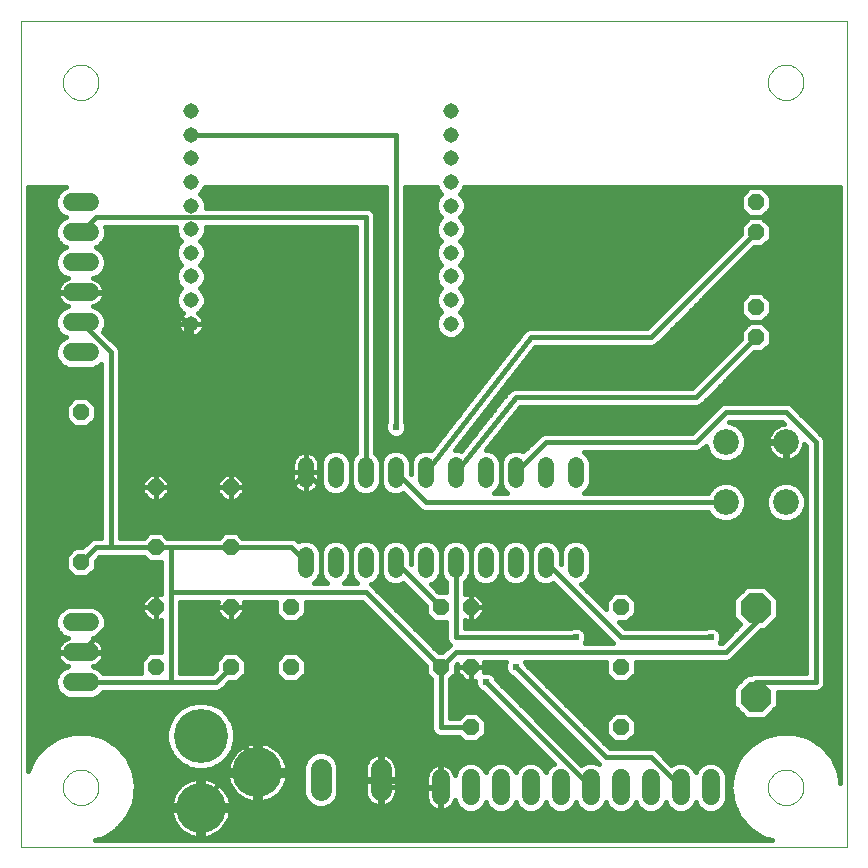
<source format=gbl>
G75*
%MOIN*%
%OFA0B0*%
%FSLAX24Y24*%
%IPPOS*%
%LPD*%
%AMOC8*
5,1,8,0,0,1.08239X$1,22.5*
%
%ADD10C,0.0000*%
%ADD11C,0.0520*%
%ADD12C,0.0515*%
%ADD13OC8,0.0520*%
%ADD14C,0.0600*%
%ADD15C,0.1800*%
%ADD16C,0.1660*%
%ADD17OC8,0.1000*%
%ADD18C,0.0705*%
%ADD19C,0.0860*%
%ADD20C,0.0150*%
%ADD21C,0.0160*%
%ADD22C,0.0240*%
D10*
X000180Y000180D02*
X000180Y027739D01*
X027739Y027739D01*
X027739Y000180D01*
X000180Y000180D01*
X001589Y002180D02*
X001591Y002228D01*
X001597Y002276D01*
X001607Y002323D01*
X001620Y002369D01*
X001638Y002414D01*
X001658Y002458D01*
X001683Y002500D01*
X001711Y002539D01*
X001741Y002576D01*
X001775Y002610D01*
X001812Y002642D01*
X001850Y002671D01*
X001891Y002696D01*
X001934Y002718D01*
X001979Y002736D01*
X002025Y002750D01*
X002072Y002761D01*
X002120Y002768D01*
X002168Y002771D01*
X002216Y002770D01*
X002264Y002765D01*
X002312Y002756D01*
X002358Y002744D01*
X002403Y002727D01*
X002447Y002707D01*
X002489Y002684D01*
X002529Y002657D01*
X002567Y002627D01*
X002602Y002594D01*
X002634Y002558D01*
X002664Y002520D01*
X002690Y002479D01*
X002712Y002436D01*
X002732Y002392D01*
X002747Y002347D01*
X002759Y002300D01*
X002767Y002252D01*
X002771Y002204D01*
X002771Y002156D01*
X002767Y002108D01*
X002759Y002060D01*
X002747Y002013D01*
X002732Y001968D01*
X002712Y001924D01*
X002690Y001881D01*
X002664Y001840D01*
X002634Y001802D01*
X002602Y001766D01*
X002567Y001733D01*
X002529Y001703D01*
X002489Y001676D01*
X002447Y001653D01*
X002403Y001633D01*
X002358Y001616D01*
X002312Y001604D01*
X002264Y001595D01*
X002216Y001590D01*
X002168Y001589D01*
X002120Y001592D01*
X002072Y001599D01*
X002025Y001610D01*
X001979Y001624D01*
X001934Y001642D01*
X001891Y001664D01*
X001850Y001689D01*
X001812Y001718D01*
X001775Y001750D01*
X001741Y001784D01*
X001711Y001821D01*
X001683Y001860D01*
X001658Y001902D01*
X001638Y001946D01*
X001620Y001991D01*
X001607Y002037D01*
X001597Y002084D01*
X001591Y002132D01*
X001589Y002180D01*
X001589Y025680D02*
X001591Y025728D01*
X001597Y025776D01*
X001607Y025823D01*
X001620Y025869D01*
X001638Y025914D01*
X001658Y025958D01*
X001683Y026000D01*
X001711Y026039D01*
X001741Y026076D01*
X001775Y026110D01*
X001812Y026142D01*
X001850Y026171D01*
X001891Y026196D01*
X001934Y026218D01*
X001979Y026236D01*
X002025Y026250D01*
X002072Y026261D01*
X002120Y026268D01*
X002168Y026271D01*
X002216Y026270D01*
X002264Y026265D01*
X002312Y026256D01*
X002358Y026244D01*
X002403Y026227D01*
X002447Y026207D01*
X002489Y026184D01*
X002529Y026157D01*
X002567Y026127D01*
X002602Y026094D01*
X002634Y026058D01*
X002664Y026020D01*
X002690Y025979D01*
X002712Y025936D01*
X002732Y025892D01*
X002747Y025847D01*
X002759Y025800D01*
X002767Y025752D01*
X002771Y025704D01*
X002771Y025656D01*
X002767Y025608D01*
X002759Y025560D01*
X002747Y025513D01*
X002732Y025468D01*
X002712Y025424D01*
X002690Y025381D01*
X002664Y025340D01*
X002634Y025302D01*
X002602Y025266D01*
X002567Y025233D01*
X002529Y025203D01*
X002489Y025176D01*
X002447Y025153D01*
X002403Y025133D01*
X002358Y025116D01*
X002312Y025104D01*
X002264Y025095D01*
X002216Y025090D01*
X002168Y025089D01*
X002120Y025092D01*
X002072Y025099D01*
X002025Y025110D01*
X001979Y025124D01*
X001934Y025142D01*
X001891Y025164D01*
X001850Y025189D01*
X001812Y025218D01*
X001775Y025250D01*
X001741Y025284D01*
X001711Y025321D01*
X001683Y025360D01*
X001658Y025402D01*
X001638Y025446D01*
X001620Y025491D01*
X001607Y025537D01*
X001597Y025584D01*
X001591Y025632D01*
X001589Y025680D01*
X025089Y025680D02*
X025091Y025728D01*
X025097Y025776D01*
X025107Y025823D01*
X025120Y025869D01*
X025138Y025914D01*
X025158Y025958D01*
X025183Y026000D01*
X025211Y026039D01*
X025241Y026076D01*
X025275Y026110D01*
X025312Y026142D01*
X025350Y026171D01*
X025391Y026196D01*
X025434Y026218D01*
X025479Y026236D01*
X025525Y026250D01*
X025572Y026261D01*
X025620Y026268D01*
X025668Y026271D01*
X025716Y026270D01*
X025764Y026265D01*
X025812Y026256D01*
X025858Y026244D01*
X025903Y026227D01*
X025947Y026207D01*
X025989Y026184D01*
X026029Y026157D01*
X026067Y026127D01*
X026102Y026094D01*
X026134Y026058D01*
X026164Y026020D01*
X026190Y025979D01*
X026212Y025936D01*
X026232Y025892D01*
X026247Y025847D01*
X026259Y025800D01*
X026267Y025752D01*
X026271Y025704D01*
X026271Y025656D01*
X026267Y025608D01*
X026259Y025560D01*
X026247Y025513D01*
X026232Y025468D01*
X026212Y025424D01*
X026190Y025381D01*
X026164Y025340D01*
X026134Y025302D01*
X026102Y025266D01*
X026067Y025233D01*
X026029Y025203D01*
X025989Y025176D01*
X025947Y025153D01*
X025903Y025133D01*
X025858Y025116D01*
X025812Y025104D01*
X025764Y025095D01*
X025716Y025090D01*
X025668Y025089D01*
X025620Y025092D01*
X025572Y025099D01*
X025525Y025110D01*
X025479Y025124D01*
X025434Y025142D01*
X025391Y025164D01*
X025350Y025189D01*
X025312Y025218D01*
X025275Y025250D01*
X025241Y025284D01*
X025211Y025321D01*
X025183Y025360D01*
X025158Y025402D01*
X025138Y025446D01*
X025120Y025491D01*
X025107Y025537D01*
X025097Y025584D01*
X025091Y025632D01*
X025089Y025680D01*
X025089Y002180D02*
X025091Y002228D01*
X025097Y002276D01*
X025107Y002323D01*
X025120Y002369D01*
X025138Y002414D01*
X025158Y002458D01*
X025183Y002500D01*
X025211Y002539D01*
X025241Y002576D01*
X025275Y002610D01*
X025312Y002642D01*
X025350Y002671D01*
X025391Y002696D01*
X025434Y002718D01*
X025479Y002736D01*
X025525Y002750D01*
X025572Y002761D01*
X025620Y002768D01*
X025668Y002771D01*
X025716Y002770D01*
X025764Y002765D01*
X025812Y002756D01*
X025858Y002744D01*
X025903Y002727D01*
X025947Y002707D01*
X025989Y002684D01*
X026029Y002657D01*
X026067Y002627D01*
X026102Y002594D01*
X026134Y002558D01*
X026164Y002520D01*
X026190Y002479D01*
X026212Y002436D01*
X026232Y002392D01*
X026247Y002347D01*
X026259Y002300D01*
X026267Y002252D01*
X026271Y002204D01*
X026271Y002156D01*
X026267Y002108D01*
X026259Y002060D01*
X026247Y002013D01*
X026232Y001968D01*
X026212Y001924D01*
X026190Y001881D01*
X026164Y001840D01*
X026134Y001802D01*
X026102Y001766D01*
X026067Y001733D01*
X026029Y001703D01*
X025989Y001676D01*
X025947Y001653D01*
X025903Y001633D01*
X025858Y001616D01*
X025812Y001604D01*
X025764Y001595D01*
X025716Y001590D01*
X025668Y001589D01*
X025620Y001592D01*
X025572Y001599D01*
X025525Y001610D01*
X025479Y001624D01*
X025434Y001642D01*
X025391Y001664D01*
X025350Y001689D01*
X025312Y001718D01*
X025275Y001750D01*
X025241Y001784D01*
X025211Y001821D01*
X025183Y001860D01*
X025158Y001902D01*
X025138Y001946D01*
X025120Y001991D01*
X025107Y002037D01*
X025097Y002084D01*
X025091Y002132D01*
X025089Y002180D01*
D11*
X018680Y009420D02*
X018680Y009940D01*
X017680Y009940D02*
X017680Y009420D01*
X016680Y009420D02*
X016680Y009940D01*
X015680Y009940D02*
X015680Y009420D01*
X014680Y009420D02*
X014680Y009940D01*
X013680Y009940D02*
X013680Y009420D01*
X012680Y009420D02*
X012680Y009940D01*
X011680Y009940D02*
X011680Y009420D01*
X010680Y009420D02*
X010680Y009940D01*
X009680Y009940D02*
X009680Y009420D01*
X009680Y012420D02*
X009680Y012940D01*
X010680Y012940D02*
X010680Y012420D01*
X011680Y012420D02*
X011680Y012940D01*
X012680Y012940D02*
X012680Y012420D01*
X013680Y012420D02*
X013680Y012940D01*
X014680Y012940D02*
X014680Y012420D01*
X015680Y012420D02*
X015680Y012940D01*
X016680Y012940D02*
X016680Y012420D01*
X017680Y012420D02*
X017680Y012940D01*
X018680Y012940D02*
X018680Y012420D01*
D12*
X014511Y017637D03*
X014511Y018424D03*
X014511Y019211D03*
X014511Y019999D03*
X014511Y020786D03*
X014511Y021574D03*
X014511Y022361D03*
X014511Y023149D03*
X014511Y023936D03*
X014511Y024723D03*
X005849Y024723D03*
X005849Y023936D03*
X005849Y023149D03*
X005849Y022361D03*
X005849Y021574D03*
X005849Y020786D03*
X005849Y019999D03*
X005849Y019211D03*
X005849Y018424D03*
X005849Y017637D03*
D13*
X002180Y014680D03*
X004680Y012180D03*
X004680Y010180D03*
X004680Y008180D03*
X004680Y006180D03*
X007180Y006180D03*
X007180Y008180D03*
X007180Y010180D03*
X007180Y012180D03*
X009180Y008180D03*
X009180Y006180D03*
X014180Y006180D03*
X015180Y006180D03*
X015180Y004180D03*
X015180Y008180D03*
X014180Y008180D03*
X020180Y008180D03*
X020180Y006180D03*
X020180Y004180D03*
X024680Y017180D03*
X024680Y018180D03*
X024680Y020680D03*
X024680Y021680D03*
X002180Y009680D03*
D14*
X001880Y007680D02*
X002480Y007680D01*
X002480Y006680D02*
X001880Y006680D01*
X001880Y005680D02*
X002480Y005680D01*
X002480Y016680D02*
X001880Y016680D01*
X001880Y017680D02*
X002480Y017680D01*
X002480Y018680D02*
X001880Y018680D01*
X001880Y019680D02*
X002480Y019680D01*
X002480Y020680D02*
X001880Y020680D01*
X001880Y021680D02*
X002480Y021680D01*
X014180Y002480D02*
X014180Y001880D01*
X015180Y001880D02*
X015180Y002480D01*
X016180Y002480D02*
X016180Y001880D01*
X017180Y001880D02*
X017180Y002480D01*
X018180Y002480D02*
X018180Y001880D01*
X019180Y001880D02*
X019180Y002480D01*
X020180Y002480D02*
X020180Y001880D01*
X021180Y001880D02*
X021180Y002480D01*
X022180Y002480D02*
X022180Y001880D01*
X023180Y001880D02*
X023180Y002480D01*
D15*
X006180Y003900D03*
D16*
X008070Y002680D03*
X006180Y001499D03*
D17*
X024680Y005203D03*
X024680Y008157D03*
D18*
X012180Y002783D02*
X012180Y002078D01*
X010180Y002078D02*
X010180Y002783D01*
D19*
X023680Y011680D03*
X023680Y013680D03*
X025680Y013680D03*
X025680Y011680D03*
D20*
X025680Y012680D02*
X023680Y010680D01*
X020180Y010680D01*
X015180Y010680D01*
X015180Y008180D01*
X014180Y008180D02*
X012680Y009680D01*
X011680Y010680D02*
X009680Y012680D01*
X009180Y012180D01*
X007180Y012180D01*
X005680Y012180D02*
X004680Y012180D01*
X005680Y012180D02*
X005680Y017680D01*
X005849Y017637D01*
X005680Y017680D02*
X004680Y018680D01*
X002180Y018680D01*
X002180Y017680D02*
X003180Y016680D01*
X003180Y010180D01*
X002680Y010180D01*
X002180Y009680D01*
X003180Y010180D02*
X004680Y010180D01*
X005180Y010180D01*
X005180Y008680D01*
X011680Y008680D01*
X014180Y006180D01*
X014680Y006680D01*
X023680Y006680D01*
X024680Y007680D01*
X024680Y008157D01*
X023180Y007180D02*
X020180Y007180D01*
X017680Y009680D01*
X018680Y007180D02*
X014680Y007180D01*
X014680Y009680D01*
X015180Y010680D02*
X011680Y010680D01*
X011680Y012680D02*
X011680Y021180D01*
X002680Y021180D01*
X002180Y020680D01*
X005180Y010180D02*
X007180Y010180D01*
X009180Y010180D01*
X009680Y009680D01*
X007680Y008180D02*
X007180Y008180D01*
X007680Y008180D02*
X007680Y002680D01*
X008070Y002680D01*
X007680Y002680D02*
X007180Y002680D01*
X006180Y001680D01*
X006180Y001499D01*
X006680Y005680D02*
X005180Y005680D01*
X005180Y008680D01*
X004680Y008180D02*
X003680Y008180D01*
X002180Y006680D01*
X002180Y005680D02*
X005180Y005680D01*
X006680Y005680D02*
X007180Y006180D01*
X012180Y002430D02*
X012180Y002180D01*
X014180Y002180D01*
X014180Y004180D02*
X015180Y004180D01*
X014180Y004180D02*
X014180Y006180D01*
X015680Y005680D02*
X019180Y002180D01*
X019680Y003180D02*
X021180Y003180D01*
X022180Y002180D01*
X019680Y003180D02*
X016680Y006180D01*
X013680Y011680D02*
X023680Y011680D01*
X022680Y013680D02*
X023680Y014680D01*
X025680Y014680D01*
X026680Y013680D01*
X026680Y005680D01*
X024680Y005680D01*
X024680Y005203D01*
X025680Y012680D02*
X025680Y013680D01*
X022680Y013680D02*
X017680Y013680D01*
X016680Y012680D01*
X014680Y012680D02*
X016680Y015180D01*
X022680Y015180D01*
X024680Y017180D01*
X021180Y017180D02*
X017180Y017180D01*
X013680Y012680D01*
X013680Y011680D02*
X012680Y012680D01*
X021180Y017180D02*
X024680Y020680D01*
D21*
X024965Y021102D02*
X027499Y021102D01*
X027499Y020944D02*
X025124Y020944D01*
X025180Y020887D02*
X024887Y021180D01*
X025180Y021473D01*
X025180Y021887D01*
X024887Y022180D01*
X024473Y022180D01*
X024180Y021887D01*
X024180Y021473D01*
X024473Y021180D01*
X024887Y021180D01*
X024473Y021180D01*
X024180Y020887D01*
X024180Y020625D01*
X021050Y017495D01*
X017223Y017495D01*
X017203Y017500D01*
X017160Y017495D01*
X017117Y017495D01*
X017099Y017487D01*
X017079Y017485D01*
X017041Y017464D01*
X017002Y017447D01*
X016987Y017433D01*
X016970Y017423D01*
X016943Y017389D01*
X016913Y017358D01*
X016905Y017340D01*
X013849Y013411D01*
X013779Y013440D01*
X013581Y013440D01*
X013397Y013364D01*
X013256Y013223D01*
X013180Y013039D01*
X013104Y013223D01*
X012963Y013364D01*
X012779Y013440D01*
X012581Y013440D01*
X012397Y013364D01*
X012256Y013223D01*
X012180Y013039D01*
X012180Y012321D01*
X012256Y012137D01*
X012397Y011996D01*
X012581Y011920D01*
X012779Y011920D01*
X012932Y011983D01*
X013413Y011502D01*
X013502Y011413D01*
X013617Y011365D01*
X023085Y011365D01*
X023112Y011300D01*
X023300Y011112D01*
X023547Y011010D01*
X023813Y011010D01*
X024060Y011112D01*
X024248Y011300D01*
X024350Y011547D01*
X024350Y011813D01*
X024248Y012060D01*
X024060Y012248D01*
X023813Y012350D01*
X023547Y012350D01*
X023300Y012248D01*
X023112Y012060D01*
X023085Y011995D01*
X018961Y011995D01*
X018963Y011996D01*
X019104Y012137D01*
X019180Y012321D01*
X019180Y013039D01*
X019104Y013223D01*
X018963Y013364D01*
X018961Y013365D01*
X022743Y013365D01*
X022858Y013413D01*
X023010Y013565D01*
X023010Y013547D01*
X023112Y013300D01*
X023300Y013112D01*
X023547Y013010D01*
X023813Y013010D01*
X024060Y013112D01*
X024248Y013300D01*
X024350Y013547D01*
X024350Y013813D01*
X024248Y014060D01*
X024060Y014248D01*
X023813Y014350D01*
X023795Y014350D01*
X023810Y014365D01*
X025550Y014365D01*
X025626Y014289D01*
X025537Y014275D01*
X025446Y014245D01*
X025360Y014202D01*
X025283Y014145D01*
X025215Y014077D01*
X025158Y014000D01*
X025115Y013914D01*
X025085Y013823D01*
X025070Y013728D01*
X025070Y013708D01*
X025652Y013708D01*
X025652Y013652D01*
X025708Y013652D01*
X025708Y013070D01*
X025728Y013070D01*
X025823Y013085D01*
X025914Y013115D01*
X026000Y013158D01*
X026077Y013215D01*
X026145Y013283D01*
X026202Y013360D01*
X026245Y013446D01*
X026275Y013537D01*
X026289Y013626D01*
X026365Y013550D01*
X026365Y005995D01*
X024617Y005995D01*
X024502Y005947D01*
X024498Y005943D01*
X024373Y005943D01*
X023940Y005510D01*
X023940Y004897D01*
X024373Y004463D01*
X024987Y004463D01*
X025420Y004897D01*
X025420Y005365D01*
X026743Y005365D01*
X026858Y005413D01*
X026947Y005502D01*
X026995Y005617D01*
X026995Y013743D01*
X026947Y013858D01*
X026858Y013947D01*
X025858Y014947D01*
X025743Y014995D01*
X023617Y014995D01*
X023502Y014947D01*
X023413Y014858D01*
X022550Y013995D01*
X017617Y013995D01*
X017502Y013947D01*
X017413Y013858D01*
X016932Y013377D01*
X016779Y013440D01*
X016581Y013440D01*
X016397Y013364D01*
X016256Y013223D01*
X016180Y013039D01*
X016104Y013223D01*
X015963Y013364D01*
X015779Y013440D01*
X015691Y013440D01*
X016831Y014865D01*
X022743Y014865D01*
X022858Y014913D01*
X022947Y015002D01*
X024625Y016680D01*
X024887Y016680D01*
X025180Y016973D01*
X025180Y017387D01*
X024887Y017680D01*
X025180Y017973D01*
X025180Y018387D01*
X024887Y018680D01*
X024473Y018680D01*
X024180Y018387D01*
X024180Y017973D01*
X024473Y017680D01*
X024887Y017680D01*
X024473Y017680D01*
X024180Y017387D01*
X024180Y017125D01*
X022550Y015495D01*
X016725Y015495D01*
X016707Y015500D01*
X016663Y015495D01*
X016617Y015495D01*
X016601Y015488D01*
X016583Y015486D01*
X016543Y015464D01*
X016502Y015447D01*
X016489Y015434D01*
X016473Y015426D01*
X016445Y015390D01*
X016413Y015358D01*
X016406Y015342D01*
X014858Y013407D01*
X014779Y013440D01*
X014670Y013440D01*
X017334Y016865D01*
X021243Y016865D01*
X021358Y016913D01*
X021447Y017002D01*
X024625Y020180D01*
X024887Y020180D01*
X025180Y020473D01*
X025180Y020887D01*
X025180Y020785D02*
X027499Y020785D01*
X027499Y020627D02*
X025180Y020627D01*
X025175Y020468D02*
X027499Y020468D01*
X027499Y020310D02*
X025017Y020310D01*
X024597Y020151D02*
X027499Y020151D01*
X027499Y019993D02*
X024438Y019993D01*
X024280Y019834D02*
X027499Y019834D01*
X027499Y019676D02*
X024121Y019676D01*
X023963Y019517D02*
X027499Y019517D01*
X027499Y019359D02*
X023804Y019359D01*
X023646Y019200D02*
X027499Y019200D01*
X027499Y019042D02*
X023487Y019042D01*
X023329Y018883D02*
X027499Y018883D01*
X027499Y018725D02*
X023170Y018725D01*
X023012Y018566D02*
X024359Y018566D01*
X024200Y018408D02*
X022853Y018408D01*
X022695Y018249D02*
X024180Y018249D01*
X024180Y018091D02*
X022536Y018091D01*
X022378Y017932D02*
X024221Y017932D01*
X024379Y017774D02*
X022219Y017774D01*
X022061Y017615D02*
X024408Y017615D01*
X024249Y017457D02*
X021902Y017457D01*
X021744Y017298D02*
X024180Y017298D01*
X024180Y017140D02*
X021585Y017140D01*
X021427Y016981D02*
X024036Y016981D01*
X023877Y016823D02*
X017301Y016823D01*
X017178Y016664D02*
X023719Y016664D01*
X023560Y016506D02*
X017054Y016506D01*
X016931Y016347D02*
X023402Y016347D01*
X023243Y016189D02*
X016808Y016189D01*
X016685Y016030D02*
X023085Y016030D01*
X022926Y015872D02*
X016561Y015872D01*
X016438Y015713D02*
X022768Y015713D01*
X022609Y015555D02*
X016315Y015555D01*
X016192Y015396D02*
X016449Y015396D01*
X016323Y015238D02*
X016068Y015238D01*
X015945Y015079D02*
X016196Y015079D01*
X016069Y014921D02*
X015822Y014921D01*
X015942Y014762D02*
X015698Y014762D01*
X015815Y014604D02*
X015575Y014604D01*
X015689Y014445D02*
X015452Y014445D01*
X015562Y014287D02*
X015329Y014287D01*
X015435Y014128D02*
X015205Y014128D01*
X015308Y013970D02*
X015082Y013970D01*
X015181Y013811D02*
X014959Y013811D01*
X015055Y013653D02*
X014835Y013653D01*
X014928Y013494D02*
X014712Y013494D01*
X014161Y013811D02*
X011995Y013811D01*
X011995Y013653D02*
X014037Y013653D01*
X013914Y013494D02*
X011995Y013494D01*
X011995Y013336D02*
X012368Y013336D01*
X012237Y013177D02*
X012123Y013177D01*
X012104Y013223D02*
X011995Y013332D01*
X011995Y021243D01*
X011947Y021358D01*
X011858Y021447D01*
X011743Y021495D01*
X006347Y021495D01*
X006347Y021673D01*
X006271Y021855D01*
X006159Y021967D01*
X006271Y022079D01*
X006313Y022180D01*
X012360Y022180D01*
X012360Y014348D01*
X012320Y014252D01*
X012320Y014108D01*
X012375Y013976D01*
X012476Y013875D01*
X012608Y013820D01*
X012752Y013820D01*
X012884Y013875D01*
X012985Y013976D01*
X013040Y014108D01*
X013040Y014252D01*
X013000Y014348D01*
X013000Y022180D01*
X014047Y022180D01*
X014089Y022079D01*
X014201Y021967D01*
X014089Y021855D01*
X014013Y021673D01*
X014013Y021475D01*
X014089Y021292D01*
X014201Y021180D01*
X014089Y021068D01*
X014013Y020885D01*
X014013Y020687D01*
X014089Y020504D01*
X014201Y020393D01*
X014089Y020281D01*
X014013Y020098D01*
X014013Y019900D01*
X014089Y019717D01*
X014201Y019605D01*
X014089Y019493D01*
X014013Y019310D01*
X014013Y019113D01*
X014089Y018930D01*
X014201Y018818D01*
X014089Y018706D01*
X014013Y018523D01*
X014013Y018325D01*
X014089Y018142D01*
X014201Y018030D01*
X014089Y017918D01*
X014013Y017736D01*
X014013Y017538D01*
X014089Y017355D01*
X014229Y017215D01*
X014412Y017139D01*
X014610Y017139D01*
X014793Y017215D01*
X014932Y017355D01*
X015008Y017538D01*
X015008Y017736D01*
X014932Y017918D01*
X014821Y018030D01*
X014932Y018142D01*
X015008Y018325D01*
X015008Y018523D01*
X014932Y018706D01*
X014821Y018818D01*
X014932Y018930D01*
X015008Y019113D01*
X015008Y019310D01*
X014932Y019493D01*
X014821Y019605D01*
X014932Y019717D01*
X015008Y019900D01*
X015008Y020098D01*
X014932Y020281D01*
X014821Y020393D01*
X014932Y020504D01*
X015008Y020687D01*
X015008Y020885D01*
X014932Y021068D01*
X014821Y021180D01*
X014932Y021292D01*
X015008Y021475D01*
X015008Y021673D01*
X014932Y021855D01*
X014821Y021967D01*
X014932Y022079D01*
X014974Y022180D01*
X027499Y022180D01*
X027499Y002325D01*
X027445Y002698D01*
X027228Y003175D01*
X026885Y003571D01*
X026444Y003854D01*
X025942Y004001D01*
X025418Y004001D01*
X024916Y003854D01*
X024475Y003571D01*
X024475Y003571D01*
X024132Y003175D01*
X023915Y002698D01*
X023840Y002180D01*
X023840Y002180D01*
X023915Y001662D01*
X023915Y001662D01*
X024132Y001185D01*
X024475Y000789D01*
X024475Y000789D01*
X024916Y000506D01*
X025209Y000420D01*
X002651Y000420D01*
X002944Y000506D01*
X002944Y000506D01*
X003385Y000789D01*
X003385Y000789D01*
X003385Y000789D01*
X003728Y001185D01*
X003728Y001185D01*
X003945Y001662D01*
X004020Y002180D01*
X003945Y002698D01*
X003728Y003175D01*
X003385Y003571D01*
X002944Y003854D01*
X002442Y004001D01*
X001918Y004001D01*
X001416Y003854D01*
X001416Y003854D01*
X000975Y003571D01*
X000975Y003571D01*
X000975Y003571D01*
X000632Y003175D01*
X000420Y002710D01*
X000420Y022180D01*
X001676Y022180D01*
X001574Y022138D01*
X001422Y021986D01*
X001340Y021787D01*
X001340Y021573D01*
X001422Y021374D01*
X001574Y021222D01*
X001676Y021180D01*
X001574Y021138D01*
X001422Y020986D01*
X001340Y020787D01*
X001340Y020573D01*
X001422Y020374D01*
X001574Y020222D01*
X001676Y020180D01*
X001574Y020138D01*
X001422Y019986D01*
X001340Y019787D01*
X001340Y019573D01*
X001422Y019374D01*
X001574Y019222D01*
X001759Y019145D01*
X001696Y019125D01*
X001628Y019091D01*
X001567Y019046D01*
X001514Y018993D01*
X001469Y018932D01*
X001435Y018864D01*
X001412Y018792D01*
X001400Y018718D01*
X001400Y018700D01*
X002160Y018700D01*
X002160Y018660D01*
X001400Y018660D01*
X001400Y018642D01*
X001412Y018568D01*
X001435Y018496D01*
X001469Y018428D01*
X001514Y018367D01*
X001567Y018314D01*
X001628Y018269D01*
X001696Y018235D01*
X001759Y018215D01*
X001574Y018138D01*
X001422Y017986D01*
X001340Y017787D01*
X001340Y017573D01*
X001422Y017374D01*
X001574Y017222D01*
X001676Y017180D01*
X001574Y017138D01*
X001422Y016986D01*
X001340Y016787D01*
X001340Y016573D01*
X001422Y016374D01*
X001574Y016222D01*
X001773Y016140D01*
X002587Y016140D01*
X002786Y016222D01*
X002865Y016301D01*
X002865Y010495D01*
X002617Y010495D01*
X002502Y010447D01*
X002413Y010358D01*
X002235Y010180D01*
X001973Y010180D01*
X001680Y009887D01*
X001680Y009473D01*
X001973Y009180D01*
X002387Y009180D01*
X002680Y009473D01*
X002680Y009735D01*
X002810Y009865D01*
X004288Y009865D01*
X004473Y009680D01*
X004865Y009680D01*
X004865Y008617D01*
X004862Y008620D01*
X004680Y008620D01*
X004680Y008180D01*
X004680Y008180D01*
X004680Y007740D01*
X004862Y007740D01*
X004865Y007743D01*
X004865Y006680D01*
X004473Y006680D01*
X004180Y006387D01*
X004180Y005995D01*
X002929Y005995D01*
X002786Y006138D01*
X002601Y006215D01*
X002664Y006235D01*
X002732Y006269D01*
X002793Y006314D01*
X002846Y006367D01*
X002891Y006428D01*
X002925Y006496D01*
X002948Y006568D01*
X002960Y006642D01*
X002960Y006660D01*
X002200Y006660D01*
X002200Y006700D01*
X002960Y006700D01*
X002960Y006718D01*
X002948Y006792D01*
X002925Y006864D01*
X002891Y006932D01*
X002846Y006993D01*
X002793Y007046D01*
X002732Y007091D01*
X002664Y007125D01*
X002601Y007145D01*
X002786Y007222D01*
X002938Y007374D01*
X003020Y007573D01*
X003020Y007787D01*
X002938Y007986D01*
X002786Y008138D01*
X002587Y008220D01*
X001773Y008220D01*
X001574Y008138D01*
X001422Y007986D01*
X001340Y007787D01*
X001340Y007573D01*
X001422Y007374D01*
X001574Y007222D01*
X001759Y007145D01*
X001696Y007125D01*
X001628Y007091D01*
X001567Y007046D01*
X001514Y006993D01*
X001469Y006932D01*
X001435Y006864D01*
X001412Y006792D01*
X001400Y006718D01*
X001400Y006700D01*
X002160Y006700D01*
X002160Y006660D01*
X001400Y006660D01*
X001400Y006642D01*
X001412Y006568D01*
X001435Y006496D01*
X001469Y006428D01*
X001514Y006367D01*
X001567Y006314D01*
X001628Y006269D01*
X001696Y006235D01*
X001759Y006215D01*
X001574Y006138D01*
X001422Y005986D01*
X001340Y005787D01*
X001340Y005573D01*
X001422Y005374D01*
X001574Y005222D01*
X001773Y005140D01*
X002587Y005140D01*
X002786Y005222D01*
X002929Y005365D01*
X006743Y005365D01*
X006858Y005413D01*
X006947Y005502D01*
X007125Y005680D01*
X007387Y005680D01*
X007680Y005973D01*
X007680Y006387D01*
X007387Y006680D01*
X006973Y006680D01*
X006680Y006387D01*
X006680Y006125D01*
X006550Y005995D01*
X005495Y005995D01*
X005495Y008365D01*
X006743Y008365D01*
X006740Y008362D01*
X006740Y008180D01*
X007180Y008180D01*
X007620Y008180D01*
X007620Y008362D01*
X007617Y008365D01*
X008680Y008365D01*
X008680Y007973D01*
X008973Y007680D01*
X009387Y007680D01*
X009680Y007973D01*
X009680Y008365D01*
X011550Y008365D01*
X013680Y006235D01*
X013680Y005973D01*
X013865Y005788D01*
X013865Y004117D01*
X013913Y004002D01*
X014002Y003913D01*
X014117Y003865D01*
X014788Y003865D01*
X014973Y003680D01*
X015387Y003680D01*
X015680Y003973D01*
X015680Y004387D01*
X015387Y004680D01*
X014973Y004680D01*
X014788Y004495D01*
X014495Y004495D01*
X014495Y005788D01*
X014680Y005973D01*
X014680Y006235D01*
X014740Y006295D01*
X014740Y006180D01*
X015180Y006180D01*
X015620Y006180D01*
X015620Y006362D01*
X015617Y006365D01*
X016367Y006365D01*
X016320Y006252D01*
X016320Y006108D01*
X016375Y005976D01*
X016476Y005875D01*
X016585Y005830D01*
X019413Y003002D01*
X019470Y002944D01*
X019287Y003020D01*
X019073Y003020D01*
X018874Y002938D01*
X018871Y002935D01*
X016030Y005775D01*
X015985Y005884D01*
X015884Y005985D01*
X015752Y006040D01*
X015620Y006040D01*
X015620Y006180D01*
X015180Y006180D01*
X015180Y006180D01*
X015180Y005740D01*
X015320Y005740D01*
X015320Y005608D01*
X015375Y005476D01*
X015476Y005375D01*
X015585Y005330D01*
X017947Y002968D01*
X017874Y002938D01*
X017722Y002786D01*
X017680Y002684D01*
X017638Y002786D01*
X017486Y002938D01*
X017287Y003020D01*
X017073Y003020D01*
X016874Y002938D01*
X016722Y002786D01*
X016680Y002684D01*
X016638Y002786D01*
X016486Y002938D01*
X016287Y003020D01*
X016073Y003020D01*
X015874Y002938D01*
X015722Y002786D01*
X015680Y002684D01*
X015638Y002786D01*
X015486Y002938D01*
X015287Y003020D01*
X015073Y003020D01*
X014874Y002938D01*
X014722Y002786D01*
X014645Y002601D01*
X014625Y002664D01*
X014591Y002732D01*
X014546Y002793D01*
X014493Y002846D01*
X014432Y002891D01*
X014364Y002925D01*
X014292Y002948D01*
X014218Y002960D01*
X014200Y002960D01*
X014200Y002200D01*
X014160Y002200D01*
X014160Y002960D01*
X014142Y002960D01*
X014068Y002948D01*
X013996Y002925D01*
X013928Y002891D01*
X013867Y002846D01*
X013814Y002793D01*
X013769Y002732D01*
X013735Y002664D01*
X013712Y002592D01*
X013700Y002518D01*
X013700Y002200D01*
X014160Y002200D01*
X014160Y002160D01*
X014200Y002160D01*
X014200Y001400D01*
X014218Y001400D01*
X014292Y001412D01*
X014364Y001435D01*
X014432Y001469D01*
X014493Y001514D01*
X014546Y001567D01*
X014591Y001628D01*
X014625Y001696D01*
X014645Y001759D01*
X014722Y001574D01*
X014874Y001422D01*
X015073Y001340D01*
X015287Y001340D01*
X015486Y001422D01*
X015638Y001574D01*
X015680Y001676D01*
X015722Y001574D01*
X015874Y001422D01*
X016073Y001340D01*
X016287Y001340D01*
X016486Y001422D01*
X016638Y001574D01*
X016680Y001676D01*
X016722Y001574D01*
X016874Y001422D01*
X017073Y001340D01*
X017287Y001340D01*
X017486Y001422D01*
X017638Y001574D01*
X017680Y001676D01*
X017722Y001574D01*
X017874Y001422D01*
X018073Y001340D01*
X018287Y001340D01*
X018486Y001422D01*
X018638Y001574D01*
X018680Y001676D01*
X018722Y001574D01*
X018874Y001422D01*
X019073Y001340D01*
X019287Y001340D01*
X019486Y001422D01*
X019638Y001574D01*
X019680Y001676D01*
X019722Y001574D01*
X019874Y001422D01*
X020073Y001340D01*
X020287Y001340D01*
X020486Y001422D01*
X020638Y001574D01*
X020680Y001676D01*
X020722Y001574D01*
X020874Y001422D01*
X021073Y001340D01*
X021287Y001340D01*
X021486Y001422D01*
X021638Y001574D01*
X021680Y001676D01*
X021722Y001574D01*
X021874Y001422D01*
X022073Y001340D01*
X022287Y001340D01*
X022486Y001422D01*
X022638Y001574D01*
X022680Y001676D01*
X022722Y001574D01*
X022874Y001422D01*
X023073Y001340D01*
X023287Y001340D01*
X023486Y001422D01*
X023638Y001574D01*
X023720Y001773D01*
X023720Y002587D01*
X023638Y002786D01*
X023486Y002938D01*
X023287Y003020D01*
X023073Y003020D01*
X022874Y002938D01*
X022722Y002786D01*
X022680Y002684D01*
X022638Y002786D01*
X022486Y002938D01*
X022287Y003020D01*
X022073Y003020D01*
X021874Y002938D01*
X021871Y002935D01*
X021358Y003447D01*
X021243Y003495D01*
X019810Y003495D01*
X017030Y006275D01*
X016993Y006365D01*
X019680Y006365D01*
X019680Y005973D01*
X019973Y005680D01*
X020387Y005680D01*
X020680Y005973D01*
X020680Y006365D01*
X023743Y006365D01*
X023858Y006413D01*
X024862Y007417D01*
X024987Y007417D01*
X025420Y007850D01*
X025420Y008463D01*
X024987Y008897D01*
X024373Y008897D01*
X023940Y008463D01*
X023940Y007850D01*
X024172Y007618D01*
X023550Y006995D01*
X023493Y006995D01*
X023540Y007108D01*
X023540Y007252D01*
X023485Y007384D01*
X023384Y007485D01*
X023252Y007540D01*
X023108Y007540D01*
X023000Y007495D01*
X020310Y007495D01*
X020125Y007680D01*
X020387Y007680D01*
X020680Y007973D01*
X020680Y008387D01*
X020387Y008680D01*
X019973Y008680D01*
X019680Y008387D01*
X019680Y008125D01*
X018854Y008951D01*
X018963Y008996D01*
X019104Y009137D01*
X019180Y009321D01*
X019180Y010039D01*
X019104Y010223D01*
X018963Y010364D01*
X018779Y010440D01*
X018581Y010440D01*
X018397Y010364D01*
X018256Y010223D01*
X018180Y010039D01*
X018104Y010223D01*
X017963Y010364D01*
X017779Y010440D01*
X017581Y010440D01*
X017397Y010364D01*
X017256Y010223D01*
X017180Y010039D01*
X017104Y010223D01*
X016963Y010364D01*
X016779Y010440D01*
X016581Y010440D01*
X016397Y010364D01*
X016256Y010223D01*
X016180Y010039D01*
X016104Y010223D01*
X015963Y010364D01*
X015779Y010440D01*
X015581Y010440D01*
X015397Y010364D01*
X015256Y010223D01*
X015180Y010039D01*
X015180Y009321D01*
X015256Y009137D01*
X015397Y008996D01*
X015581Y008920D01*
X015779Y008920D01*
X015963Y008996D01*
X016104Y009137D01*
X016180Y009321D01*
X016180Y010039D01*
X016180Y009321D01*
X016256Y009137D01*
X016397Y008996D01*
X016581Y008920D01*
X016779Y008920D01*
X016963Y008996D01*
X017104Y009137D01*
X017180Y009321D01*
X017180Y010039D01*
X017180Y009321D01*
X017256Y009137D01*
X017397Y008996D01*
X017581Y008920D01*
X017779Y008920D01*
X017932Y008983D01*
X019913Y007002D01*
X019913Y007002D01*
X019920Y006995D01*
X018993Y006995D01*
X019040Y007108D01*
X019040Y007252D01*
X018985Y007384D01*
X018884Y007485D01*
X018752Y007540D01*
X018608Y007540D01*
X018500Y007495D01*
X014995Y007495D01*
X014995Y007743D01*
X014998Y007740D01*
X015180Y007740D01*
X015362Y007740D01*
X015620Y007998D01*
X015620Y008180D01*
X015620Y008362D01*
X015362Y008620D01*
X015180Y008620D01*
X015180Y008180D01*
X015180Y008180D01*
X015620Y008180D01*
X015180Y008180D01*
X015180Y008180D01*
X015180Y008620D01*
X014998Y008620D01*
X014995Y008617D01*
X014995Y009028D01*
X015104Y009137D01*
X015180Y009321D01*
X015180Y010039D01*
X015104Y010223D01*
X014963Y010364D01*
X014779Y010440D01*
X014581Y010440D01*
X014397Y010364D01*
X014256Y010223D01*
X014180Y010039D01*
X014104Y010223D01*
X013963Y010364D01*
X013779Y010440D01*
X013581Y010440D01*
X013397Y010364D01*
X013256Y010223D01*
X013180Y010039D01*
X013104Y010223D01*
X012963Y010364D01*
X012779Y010440D01*
X012581Y010440D01*
X012397Y010364D01*
X012256Y010223D01*
X012180Y010039D01*
X012104Y010223D01*
X011963Y010364D01*
X011779Y010440D01*
X011581Y010440D01*
X011397Y010364D01*
X011256Y010223D01*
X011180Y010039D01*
X011104Y010223D01*
X010963Y010364D01*
X010779Y010440D01*
X010581Y010440D01*
X010397Y010364D01*
X010256Y010223D01*
X010180Y010039D01*
X010104Y010223D01*
X009963Y010364D01*
X009779Y010440D01*
X009581Y010440D01*
X009428Y010377D01*
X009358Y010447D01*
X009243Y010495D01*
X007572Y010495D01*
X007387Y010680D01*
X006973Y010680D01*
X006788Y010495D01*
X005072Y010495D01*
X004887Y010680D01*
X004473Y010680D01*
X004288Y010495D01*
X003495Y010495D01*
X003495Y016743D01*
X003447Y016858D01*
X003358Y016947D01*
X002935Y017371D01*
X002938Y017374D01*
X003020Y017573D01*
X003020Y017787D01*
X002938Y017986D01*
X002786Y018138D01*
X002601Y018215D01*
X002664Y018235D01*
X002732Y018269D01*
X002793Y018314D01*
X002846Y018367D01*
X002891Y018428D01*
X002925Y018496D01*
X002948Y018568D01*
X002960Y018642D01*
X002960Y018660D01*
X002200Y018660D01*
X002200Y018700D01*
X002960Y018700D01*
X002960Y018718D01*
X002948Y018792D01*
X002925Y018864D01*
X002891Y018932D01*
X002846Y018993D01*
X002793Y019046D01*
X002732Y019091D01*
X002664Y019125D01*
X002601Y019145D01*
X002786Y019222D01*
X002938Y019374D01*
X003020Y019573D01*
X003020Y019787D01*
X002938Y019986D01*
X002786Y020138D01*
X002684Y020180D01*
X002786Y020222D01*
X002938Y020374D01*
X003020Y020573D01*
X003020Y020787D01*
X002988Y020865D01*
X005352Y020865D01*
X005352Y020687D01*
X005428Y020504D01*
X005539Y020393D01*
X005428Y020281D01*
X005352Y020098D01*
X005352Y019900D01*
X005428Y019717D01*
X005539Y019605D01*
X005428Y019493D01*
X005352Y019310D01*
X005352Y019113D01*
X005428Y018930D01*
X005539Y018818D01*
X005428Y018706D01*
X005352Y018523D01*
X005352Y018325D01*
X005428Y018142D01*
X005567Y018002D01*
X005593Y017992D01*
X005564Y017970D01*
X005516Y017922D01*
X005475Y017866D01*
X005444Y017805D01*
X005423Y017739D01*
X005412Y017671D01*
X005412Y017637D01*
X005849Y017637D01*
X005849Y017637D01*
X005412Y017637D01*
X005412Y017602D01*
X005423Y017534D01*
X005444Y017469D01*
X005475Y017407D01*
X005516Y017352D01*
X005564Y017303D01*
X005620Y017263D01*
X005681Y017231D01*
X005747Y017210D01*
X005815Y017199D01*
X005849Y017199D01*
X005849Y017637D01*
X006287Y017637D01*
X006287Y017671D01*
X006276Y017739D01*
X006255Y017805D01*
X006223Y017866D01*
X006183Y017922D01*
X006134Y017970D01*
X006105Y017992D01*
X006131Y018002D01*
X006271Y018142D01*
X006347Y018325D01*
X006347Y018523D01*
X006271Y018706D01*
X006159Y018818D01*
X006271Y018930D01*
X006347Y019113D01*
X006347Y019310D01*
X006271Y019493D01*
X006159Y019605D01*
X006271Y019717D01*
X006347Y019900D01*
X006347Y020098D01*
X006271Y020281D01*
X006159Y020393D01*
X006271Y020504D01*
X006347Y020687D01*
X006347Y020865D01*
X011365Y020865D01*
X011365Y013332D01*
X011256Y013223D01*
X011180Y013039D01*
X011104Y013223D01*
X010963Y013364D01*
X010779Y013440D01*
X010581Y013440D01*
X010397Y013364D01*
X010256Y013223D01*
X010180Y013039D01*
X010180Y012321D01*
X010256Y012137D01*
X010397Y011996D01*
X010581Y011920D01*
X010779Y011920D01*
X010963Y011996D01*
X011104Y012137D01*
X011180Y012321D01*
X011180Y013039D01*
X011180Y012321D01*
X011256Y012137D01*
X011397Y011996D01*
X011581Y011920D01*
X011779Y011920D01*
X011963Y011996D01*
X012104Y012137D01*
X012180Y012321D01*
X012180Y013039D01*
X012104Y013223D01*
X012180Y013019D02*
X012180Y013019D01*
X012180Y012860D02*
X012180Y012860D01*
X012180Y012702D02*
X012180Y012702D01*
X012180Y012543D02*
X012180Y012543D01*
X012180Y012385D02*
X012180Y012385D01*
X012141Y012226D02*
X012219Y012226D01*
X012325Y012068D02*
X012035Y012068D01*
X011325Y012068D02*
X011035Y012068D01*
X011141Y012226D02*
X011219Y012226D01*
X011180Y012385D02*
X011180Y012385D01*
X011180Y012543D02*
X011180Y012543D01*
X011180Y012702D02*
X011180Y012702D01*
X011180Y012860D02*
X011180Y012860D01*
X011180Y013019D02*
X011180Y013019D01*
X011123Y013177D02*
X011237Y013177D01*
X011365Y013336D02*
X010992Y013336D01*
X011365Y013494D02*
X003495Y013494D01*
X003495Y013336D02*
X009487Y013336D01*
X009511Y013348D02*
X009449Y013316D01*
X009393Y013276D01*
X009344Y013227D01*
X009304Y013171D01*
X009272Y013109D01*
X009251Y013043D01*
X009240Y012975D01*
X009240Y012680D01*
X009680Y012680D01*
X010120Y012680D01*
X010120Y012975D01*
X010109Y013043D01*
X010088Y013109D01*
X010056Y013171D01*
X010016Y013227D01*
X009967Y013276D01*
X009911Y013316D01*
X009849Y013348D01*
X009783Y013369D01*
X009715Y013380D01*
X009680Y013380D01*
X009680Y012680D01*
X009680Y012680D01*
X009680Y012680D01*
X010120Y012680D01*
X010120Y012385D01*
X010109Y012317D01*
X010088Y012251D01*
X010056Y012189D01*
X010016Y012133D01*
X009967Y012084D01*
X009911Y012044D01*
X009849Y012012D01*
X009783Y011991D01*
X009715Y011980D01*
X009680Y011980D01*
X009680Y012680D01*
X009680Y012680D01*
X009680Y012680D01*
X009680Y013380D01*
X009645Y013380D01*
X009577Y013369D01*
X009511Y013348D01*
X009680Y013336D02*
X009680Y013336D01*
X009680Y013177D02*
X009680Y013177D01*
X009680Y013019D02*
X009680Y013019D01*
X009680Y012860D02*
X009680Y012860D01*
X009680Y012702D02*
X009680Y012702D01*
X009680Y012680D02*
X009240Y012680D01*
X009240Y012385D01*
X009251Y012317D01*
X009272Y012251D01*
X009304Y012189D01*
X009344Y012133D01*
X009393Y012084D01*
X009449Y012044D01*
X009511Y012012D01*
X009577Y011991D01*
X009645Y011980D01*
X009680Y011980D01*
X009680Y012680D01*
X009680Y012543D02*
X009680Y012543D01*
X009680Y012385D02*
X009680Y012385D01*
X009680Y012226D02*
X009680Y012226D01*
X009680Y012068D02*
X009680Y012068D01*
X009943Y012068D02*
X010325Y012068D01*
X010219Y012226D02*
X010075Y012226D01*
X010120Y012385D02*
X010180Y012385D01*
X010180Y012543D02*
X010120Y012543D01*
X010120Y012702D02*
X010180Y012702D01*
X010180Y012860D02*
X010120Y012860D01*
X010113Y013019D02*
X010180Y013019D01*
X010237Y013177D02*
X010052Y013177D01*
X009873Y013336D02*
X010368Y013336D01*
X011365Y013653D02*
X003495Y013653D01*
X003495Y013811D02*
X011365Y013811D01*
X011365Y013970D02*
X003495Y013970D01*
X003495Y014128D02*
X011365Y014128D01*
X011365Y014287D02*
X003495Y014287D01*
X003495Y014445D02*
X011365Y014445D01*
X011365Y014604D02*
X003495Y014604D01*
X003495Y014762D02*
X011365Y014762D01*
X011365Y014921D02*
X003495Y014921D01*
X003495Y015079D02*
X011365Y015079D01*
X011365Y015238D02*
X003495Y015238D01*
X003495Y015396D02*
X011365Y015396D01*
X011365Y015555D02*
X003495Y015555D01*
X003495Y015713D02*
X011365Y015713D01*
X011365Y015872D02*
X003495Y015872D01*
X003495Y016030D02*
X011365Y016030D01*
X011365Y016189D02*
X003495Y016189D01*
X003495Y016347D02*
X011365Y016347D01*
X011365Y016506D02*
X003495Y016506D01*
X003495Y016664D02*
X011365Y016664D01*
X011365Y016823D02*
X003462Y016823D01*
X003324Y016981D02*
X011365Y016981D01*
X011365Y017140D02*
X003166Y017140D01*
X003007Y017298D02*
X005571Y017298D01*
X005450Y017457D02*
X002972Y017457D01*
X003020Y017615D02*
X005412Y017615D01*
X005434Y017774D02*
X003020Y017774D01*
X002960Y017932D02*
X005526Y017932D01*
X005479Y018091D02*
X002833Y018091D01*
X002691Y018249D02*
X005383Y018249D01*
X005352Y018408D02*
X002875Y018408D01*
X002948Y018566D02*
X005370Y018566D01*
X005446Y018725D02*
X002959Y018725D01*
X002915Y018883D02*
X005474Y018883D01*
X005381Y019042D02*
X002797Y019042D01*
X002732Y019200D02*
X005352Y019200D01*
X005372Y019359D02*
X002922Y019359D01*
X002997Y019517D02*
X005451Y019517D01*
X005469Y019676D02*
X003020Y019676D01*
X003001Y019834D02*
X005379Y019834D01*
X005352Y019993D02*
X002931Y019993D01*
X002754Y020151D02*
X005374Y020151D01*
X005456Y020310D02*
X002873Y020310D01*
X002977Y020468D02*
X005464Y020468D01*
X005377Y020627D02*
X003020Y020627D01*
X003020Y020785D02*
X005352Y020785D01*
X006235Y020468D02*
X011365Y020468D01*
X011365Y020310D02*
X006242Y020310D01*
X006325Y020151D02*
X011365Y020151D01*
X011365Y019993D02*
X006347Y019993D01*
X006319Y019834D02*
X011365Y019834D01*
X011365Y019676D02*
X006229Y019676D01*
X006247Y019517D02*
X011365Y019517D01*
X011365Y019359D02*
X006327Y019359D01*
X006347Y019200D02*
X011365Y019200D01*
X011365Y019042D02*
X006317Y019042D01*
X006224Y018883D02*
X011365Y018883D01*
X011365Y018725D02*
X006252Y018725D01*
X006329Y018566D02*
X011365Y018566D01*
X011365Y018408D02*
X006347Y018408D01*
X006315Y018249D02*
X011365Y018249D01*
X011365Y018091D02*
X006219Y018091D01*
X006173Y017932D02*
X011365Y017932D01*
X011365Y017774D02*
X006265Y017774D01*
X006287Y017637D02*
X005849Y017637D01*
X005849Y017637D01*
X005849Y017637D01*
X005849Y017199D01*
X005884Y017199D01*
X005952Y017210D01*
X006017Y017231D01*
X006079Y017263D01*
X006134Y017303D01*
X006183Y017352D01*
X006223Y017407D01*
X006255Y017469D01*
X006276Y017534D01*
X006287Y017602D01*
X006287Y017637D01*
X006287Y017615D02*
X011365Y017615D01*
X011365Y017457D02*
X006248Y017457D01*
X006127Y017298D02*
X011365Y017298D01*
X011995Y017298D02*
X012360Y017298D01*
X012360Y017140D02*
X011995Y017140D01*
X011995Y016981D02*
X012360Y016981D01*
X012360Y016823D02*
X011995Y016823D01*
X011995Y016664D02*
X012360Y016664D01*
X012360Y016506D02*
X011995Y016506D01*
X011995Y016347D02*
X012360Y016347D01*
X012360Y016189D02*
X011995Y016189D01*
X011995Y016030D02*
X012360Y016030D01*
X012360Y015872D02*
X011995Y015872D01*
X011995Y015713D02*
X012360Y015713D01*
X012360Y015555D02*
X011995Y015555D01*
X011995Y015396D02*
X012360Y015396D01*
X012360Y015238D02*
X011995Y015238D01*
X011995Y015079D02*
X012360Y015079D01*
X012360Y014921D02*
X011995Y014921D01*
X011995Y014762D02*
X012360Y014762D01*
X012360Y014604D02*
X011995Y014604D01*
X011995Y014445D02*
X012360Y014445D01*
X012334Y014287D02*
X011995Y014287D01*
X011995Y014128D02*
X012320Y014128D01*
X012381Y013970D02*
X011995Y013970D01*
X012680Y014180D02*
X012680Y023930D01*
X005849Y023936D01*
X006245Y022053D02*
X012360Y022053D01*
X012360Y021895D02*
X006232Y021895D01*
X006321Y021736D02*
X012360Y021736D01*
X012360Y021578D02*
X006347Y021578D01*
X006347Y020785D02*
X011365Y020785D01*
X011365Y020627D02*
X006322Y020627D01*
X005849Y017615D02*
X005849Y017615D01*
X005849Y017457D02*
X005849Y017457D01*
X005849Y017298D02*
X005849Y017298D01*
X002865Y016189D02*
X002705Y016189D01*
X002865Y016030D02*
X000420Y016030D01*
X000420Y015872D02*
X002865Y015872D01*
X002865Y015713D02*
X000420Y015713D01*
X000420Y015555D02*
X002865Y015555D01*
X002865Y015396D02*
X000420Y015396D01*
X000420Y015238D02*
X002865Y015238D01*
X002865Y015079D02*
X002488Y015079D01*
X002387Y015180D02*
X001973Y015180D01*
X001680Y014887D01*
X001680Y014473D01*
X001973Y014180D01*
X002387Y014180D01*
X002680Y014473D01*
X002680Y014887D01*
X002387Y015180D01*
X002647Y014921D02*
X002865Y014921D01*
X002865Y014762D02*
X002680Y014762D01*
X002680Y014604D02*
X002865Y014604D01*
X002865Y014445D02*
X002652Y014445D01*
X002494Y014287D02*
X002865Y014287D01*
X002865Y014128D02*
X000420Y014128D01*
X000420Y013970D02*
X002865Y013970D01*
X002865Y013811D02*
X000420Y013811D01*
X000420Y013653D02*
X002865Y013653D01*
X002865Y013494D02*
X000420Y013494D01*
X000420Y013336D02*
X002865Y013336D01*
X002865Y013177D02*
X000420Y013177D01*
X000420Y013019D02*
X002865Y013019D01*
X002865Y012860D02*
X000420Y012860D01*
X000420Y012702D02*
X002865Y012702D01*
X002865Y012543D02*
X000420Y012543D01*
X000420Y012385D02*
X002865Y012385D01*
X002865Y012226D02*
X000420Y012226D01*
X000420Y012068D02*
X002865Y012068D01*
X002865Y011909D02*
X000420Y011909D01*
X000420Y011751D02*
X002865Y011751D01*
X002865Y011592D02*
X000420Y011592D01*
X000420Y011434D02*
X002865Y011434D01*
X002865Y011275D02*
X000420Y011275D01*
X000420Y011117D02*
X002865Y011117D01*
X002865Y010958D02*
X000420Y010958D01*
X000420Y010800D02*
X002865Y010800D01*
X002865Y010641D02*
X000420Y010641D01*
X000420Y010483D02*
X002587Y010483D01*
X002379Y010324D02*
X000420Y010324D01*
X000420Y010166D02*
X001958Y010166D01*
X001800Y010007D02*
X000420Y010007D01*
X000420Y009849D02*
X001680Y009849D01*
X001680Y009690D02*
X000420Y009690D01*
X000420Y009532D02*
X001680Y009532D01*
X001780Y009373D02*
X000420Y009373D01*
X000420Y009215D02*
X001938Y009215D01*
X002422Y009215D02*
X004865Y009215D01*
X004865Y009373D02*
X002580Y009373D01*
X002680Y009532D02*
X004865Y009532D01*
X004463Y009690D02*
X002680Y009690D01*
X002794Y009849D02*
X004304Y009849D01*
X004434Y010641D02*
X003495Y010641D01*
X003495Y010800D02*
X026365Y010800D01*
X026365Y010958D02*
X003495Y010958D01*
X003495Y011117D02*
X023296Y011117D01*
X023137Y011275D02*
X003495Y011275D01*
X003495Y011434D02*
X013481Y011434D01*
X013323Y011592D02*
X003495Y011592D01*
X003495Y011751D02*
X004487Y011751D01*
X004498Y011740D02*
X004240Y011998D01*
X004240Y012180D01*
X004680Y012180D01*
X004680Y012180D01*
X004680Y012620D01*
X004862Y012620D01*
X005120Y012362D01*
X005120Y012180D01*
X004680Y012180D01*
X004680Y012180D01*
X004680Y012180D01*
X004680Y012620D01*
X004498Y012620D01*
X004240Y012362D01*
X004240Y012180D01*
X004680Y012180D01*
X005120Y012180D01*
X005120Y011998D01*
X004862Y011740D01*
X004680Y011740D01*
X004680Y012180D01*
X004680Y012180D01*
X004680Y011740D01*
X004498Y011740D01*
X004680Y011751D02*
X004680Y011751D01*
X004680Y011909D02*
X004680Y011909D01*
X004680Y012068D02*
X004680Y012068D01*
X004680Y012226D02*
X004680Y012226D01*
X004680Y012385D02*
X004680Y012385D01*
X004680Y012543D02*
X004680Y012543D01*
X004939Y012543D02*
X006921Y012543D01*
X006998Y012620D02*
X006740Y012362D01*
X006740Y012180D01*
X007180Y012180D01*
X007180Y012180D01*
X007180Y012620D01*
X007362Y012620D01*
X007620Y012362D01*
X007620Y012180D01*
X007180Y012180D01*
X007180Y012180D01*
X007180Y012180D01*
X007180Y012620D01*
X006998Y012620D01*
X007180Y012543D02*
X007180Y012543D01*
X007180Y012385D02*
X007180Y012385D01*
X007180Y012226D02*
X007180Y012226D01*
X007180Y012180D02*
X006740Y012180D01*
X006740Y011998D01*
X006998Y011740D01*
X007180Y011740D01*
X007362Y011740D01*
X007620Y011998D01*
X007620Y012180D01*
X007180Y012180D01*
X007180Y011740D01*
X007180Y012180D01*
X007180Y012180D01*
X007180Y012068D02*
X007180Y012068D01*
X007180Y011909D02*
X007180Y011909D01*
X007180Y011751D02*
X007180Y011751D01*
X007373Y011751D02*
X013164Y011751D01*
X013006Y011909D02*
X007531Y011909D01*
X007620Y012068D02*
X009417Y012068D01*
X009285Y012226D02*
X007620Y012226D01*
X007598Y012385D02*
X009240Y012385D01*
X009240Y012543D02*
X007439Y012543D01*
X006762Y012385D02*
X005098Y012385D01*
X005120Y012226D02*
X006740Y012226D01*
X006740Y012068D02*
X005120Y012068D01*
X005031Y011909D02*
X006829Y011909D01*
X006987Y011751D02*
X004873Y011751D01*
X004329Y011909D02*
X003495Y011909D01*
X003495Y012068D02*
X004240Y012068D01*
X004240Y012226D02*
X003495Y012226D01*
X003495Y012385D02*
X004262Y012385D01*
X004421Y012543D02*
X003495Y012543D01*
X003495Y012702D02*
X009240Y012702D01*
X009240Y012860D02*
X003495Y012860D01*
X003495Y013019D02*
X009247Y013019D01*
X009308Y013177D02*
X003495Y013177D01*
X001866Y014287D02*
X000420Y014287D01*
X000420Y014445D02*
X001708Y014445D01*
X001680Y014604D02*
X000420Y014604D01*
X000420Y014762D02*
X001680Y014762D01*
X001713Y014921D02*
X000420Y014921D01*
X000420Y015079D02*
X001872Y015079D01*
X001655Y016189D02*
X000420Y016189D01*
X000420Y016347D02*
X001449Y016347D01*
X001368Y016506D02*
X000420Y016506D01*
X000420Y016664D02*
X001340Y016664D01*
X001355Y016823D02*
X000420Y016823D01*
X000420Y016981D02*
X001420Y016981D01*
X001578Y017140D02*
X000420Y017140D01*
X000420Y017298D02*
X001498Y017298D01*
X001388Y017457D02*
X000420Y017457D01*
X000420Y017615D02*
X001340Y017615D01*
X001340Y017774D02*
X000420Y017774D01*
X000420Y017932D02*
X001400Y017932D01*
X001527Y018091D02*
X000420Y018091D01*
X000420Y018249D02*
X001669Y018249D01*
X001485Y018408D02*
X000420Y018408D01*
X000420Y018566D02*
X001412Y018566D01*
X001401Y018725D02*
X000420Y018725D01*
X000420Y018883D02*
X001445Y018883D01*
X001563Y019042D02*
X000420Y019042D01*
X000420Y019200D02*
X001628Y019200D01*
X001438Y019359D02*
X000420Y019359D01*
X000420Y019517D02*
X001363Y019517D01*
X001340Y019676D02*
X000420Y019676D01*
X000420Y019834D02*
X001359Y019834D01*
X001429Y019993D02*
X000420Y019993D01*
X000420Y020151D02*
X001606Y020151D01*
X001487Y020310D02*
X000420Y020310D01*
X000420Y020468D02*
X001383Y020468D01*
X001340Y020627D02*
X000420Y020627D01*
X000420Y020785D02*
X001340Y020785D01*
X001405Y020944D02*
X000420Y020944D01*
X000420Y021102D02*
X001538Y021102D01*
X001536Y021261D02*
X000420Y021261D01*
X000420Y021419D02*
X001404Y021419D01*
X001340Y021578D02*
X000420Y021578D01*
X000420Y021736D02*
X001340Y021736D01*
X001384Y021895D02*
X000420Y021895D01*
X000420Y022053D02*
X001489Y022053D01*
X011886Y021419D02*
X012360Y021419D01*
X012360Y021261D02*
X011988Y021261D01*
X011995Y021102D02*
X012360Y021102D01*
X012360Y020944D02*
X011995Y020944D01*
X011995Y020785D02*
X012360Y020785D01*
X012360Y020627D02*
X011995Y020627D01*
X011995Y020468D02*
X012360Y020468D01*
X012360Y020310D02*
X011995Y020310D01*
X011995Y020151D02*
X012360Y020151D01*
X012360Y019993D02*
X011995Y019993D01*
X011995Y019834D02*
X012360Y019834D01*
X012360Y019676D02*
X011995Y019676D01*
X011995Y019517D02*
X012360Y019517D01*
X012360Y019359D02*
X011995Y019359D01*
X011995Y019200D02*
X012360Y019200D01*
X012360Y019042D02*
X011995Y019042D01*
X011995Y018883D02*
X012360Y018883D01*
X012360Y018725D02*
X011995Y018725D01*
X011995Y018566D02*
X012360Y018566D01*
X012360Y018408D02*
X011995Y018408D01*
X011995Y018249D02*
X012360Y018249D01*
X012360Y018091D02*
X011995Y018091D01*
X011995Y017932D02*
X012360Y017932D01*
X012360Y017774D02*
X011995Y017774D01*
X011995Y017615D02*
X012360Y017615D01*
X012360Y017457D02*
X011995Y017457D01*
X013000Y017457D02*
X014047Y017457D01*
X014013Y017615D02*
X013000Y017615D01*
X013000Y017774D02*
X014029Y017774D01*
X014103Y017932D02*
X013000Y017932D01*
X013000Y018091D02*
X014141Y018091D01*
X014045Y018249D02*
X013000Y018249D01*
X013000Y018408D02*
X014013Y018408D01*
X014031Y018566D02*
X013000Y018566D01*
X013000Y018725D02*
X014108Y018725D01*
X014136Y018883D02*
X013000Y018883D01*
X013000Y019042D02*
X014043Y019042D01*
X014013Y019200D02*
X013000Y019200D01*
X013000Y019359D02*
X014033Y019359D01*
X014113Y019517D02*
X013000Y019517D01*
X013000Y019676D02*
X014131Y019676D01*
X014041Y019834D02*
X013000Y019834D01*
X013000Y019993D02*
X014013Y019993D01*
X014035Y020151D02*
X013000Y020151D01*
X013000Y020310D02*
X014118Y020310D01*
X014125Y020468D02*
X013000Y020468D01*
X013000Y020627D02*
X014038Y020627D01*
X014013Y020785D02*
X013000Y020785D01*
X013000Y020944D02*
X014037Y020944D01*
X014123Y021102D02*
X013000Y021102D01*
X013000Y021261D02*
X014120Y021261D01*
X014036Y021419D02*
X013000Y021419D01*
X013000Y021578D02*
X014013Y021578D01*
X014039Y021736D02*
X013000Y021736D01*
X013000Y021895D02*
X014128Y021895D01*
X014115Y022053D02*
X013000Y022053D01*
X014893Y021895D02*
X024187Y021895D01*
X024180Y021736D02*
X014982Y021736D01*
X015008Y021578D02*
X024180Y021578D01*
X024234Y021419D02*
X014985Y021419D01*
X014901Y021261D02*
X024392Y021261D01*
X024395Y021102D02*
X014899Y021102D01*
X014984Y020944D02*
X024236Y020944D01*
X024180Y020785D02*
X015008Y020785D01*
X014983Y020627D02*
X024180Y020627D01*
X024023Y020468D02*
X014896Y020468D01*
X014904Y020310D02*
X023864Y020310D01*
X023706Y020151D02*
X014986Y020151D01*
X015008Y019993D02*
X023547Y019993D01*
X023389Y019834D02*
X014981Y019834D01*
X014891Y019676D02*
X023230Y019676D01*
X023072Y019517D02*
X014909Y019517D01*
X014988Y019359D02*
X022913Y019359D01*
X022755Y019200D02*
X015008Y019200D01*
X014979Y019042D02*
X022596Y019042D01*
X022438Y018883D02*
X014886Y018883D01*
X014914Y018725D02*
X022279Y018725D01*
X022121Y018566D02*
X014990Y018566D01*
X015008Y018408D02*
X021962Y018408D01*
X021804Y018249D02*
X014977Y018249D01*
X014881Y018091D02*
X021645Y018091D01*
X021487Y017932D02*
X014919Y017932D01*
X014992Y017774D02*
X021328Y017774D01*
X021170Y017615D02*
X015008Y017615D01*
X014975Y017457D02*
X017024Y017457D01*
X016873Y017298D02*
X014876Y017298D01*
X014610Y017140D02*
X016749Y017140D01*
X016626Y016981D02*
X013000Y016981D01*
X013000Y016823D02*
X016503Y016823D01*
X016380Y016664D02*
X013000Y016664D01*
X013000Y016506D02*
X016256Y016506D01*
X016133Y016347D02*
X013000Y016347D01*
X013000Y016189D02*
X016010Y016189D01*
X015887Y016030D02*
X013000Y016030D01*
X013000Y015872D02*
X015763Y015872D01*
X015640Y015713D02*
X013000Y015713D01*
X013000Y015555D02*
X015517Y015555D01*
X015393Y015396D02*
X013000Y015396D01*
X013000Y015238D02*
X015270Y015238D01*
X015147Y015079D02*
X013000Y015079D01*
X013000Y014921D02*
X015024Y014921D01*
X014900Y014762D02*
X013000Y014762D01*
X013000Y014604D02*
X014777Y014604D01*
X014654Y014445D02*
X013000Y014445D01*
X013026Y014287D02*
X014530Y014287D01*
X014407Y014128D02*
X013040Y014128D01*
X012979Y013970D02*
X014284Y013970D01*
X013368Y013336D02*
X012992Y013336D01*
X013123Y013177D02*
X013237Y013177D01*
X013180Y013039D02*
X013180Y012625D01*
X013180Y012625D01*
X013180Y013039D01*
X013180Y013019D02*
X013180Y013019D01*
X013180Y012860D02*
X013180Y012860D01*
X013180Y012702D02*
X013180Y012702D01*
X013003Y010324D02*
X013357Y010324D01*
X013232Y010166D02*
X013128Y010166D01*
X013180Y010039D02*
X013180Y009625D01*
X013180Y009625D01*
X013180Y010039D01*
X013180Y010007D02*
X013180Y010007D01*
X013180Y009849D02*
X013180Y009849D01*
X013180Y009690D02*
X013180Y009690D01*
X012932Y008983D02*
X012779Y008920D01*
X012581Y008920D01*
X012397Y008996D01*
X012256Y009137D01*
X012180Y009321D01*
X012180Y010039D01*
X012180Y009321D01*
X012104Y009137D01*
X011963Y008996D01*
X011852Y008950D01*
X011858Y008947D01*
X011947Y008858D01*
X014125Y006680D01*
X014235Y006680D01*
X014485Y006930D01*
X014413Y007002D01*
X014365Y007117D01*
X014365Y007680D01*
X013973Y007680D01*
X013680Y007973D01*
X013680Y008235D01*
X012932Y008983D01*
X013017Y008898D02*
X011908Y008898D01*
X012023Y009056D02*
X012337Y009056D01*
X012224Y009215D02*
X012136Y009215D01*
X012180Y009373D02*
X012180Y009373D01*
X012180Y009532D02*
X012180Y009532D01*
X012180Y009690D02*
X012180Y009690D01*
X012180Y009849D02*
X012180Y009849D01*
X012180Y010007D02*
X012180Y010007D01*
X012128Y010166D02*
X012232Y010166D01*
X012357Y010324D02*
X012003Y010324D01*
X011357Y010324D02*
X011003Y010324D01*
X011128Y010166D02*
X011232Y010166D01*
X011180Y010039D02*
X011180Y009321D01*
X011104Y009137D01*
X010963Y008996D01*
X010961Y008995D01*
X011399Y008995D01*
X011397Y008996D01*
X011256Y009137D01*
X011180Y009321D01*
X011180Y010039D01*
X011180Y010007D02*
X011180Y010007D01*
X011180Y009849D02*
X011180Y009849D01*
X011180Y009690D02*
X011180Y009690D01*
X011180Y009532D02*
X011180Y009532D01*
X011180Y009373D02*
X011180Y009373D01*
X011136Y009215D02*
X011224Y009215D01*
X011337Y009056D02*
X011023Y009056D01*
X010399Y008995D02*
X009961Y008995D01*
X009963Y008996D01*
X010104Y009137D01*
X010180Y009321D01*
X010180Y010039D01*
X010180Y009321D01*
X010256Y009137D01*
X010397Y008996D01*
X010399Y008995D01*
X010337Y009056D02*
X010023Y009056D01*
X010136Y009215D02*
X010224Y009215D01*
X010180Y009373D02*
X010180Y009373D01*
X010180Y009532D02*
X010180Y009532D01*
X010180Y009690D02*
X010180Y009690D01*
X010180Y009849D02*
X010180Y009849D01*
X010180Y010007D02*
X010180Y010007D01*
X010128Y010166D02*
X010232Y010166D01*
X010357Y010324D02*
X010003Y010324D01*
X009273Y010483D02*
X026365Y010483D01*
X026365Y010641D02*
X007426Y010641D01*
X006934Y010641D02*
X004926Y010641D01*
X004865Y009056D02*
X000420Y009056D01*
X000420Y008898D02*
X004865Y008898D01*
X004865Y008739D02*
X000420Y008739D01*
X000420Y008581D02*
X004458Y008581D01*
X004498Y008620D02*
X004240Y008362D01*
X004240Y008180D01*
X004680Y008180D01*
X004680Y008180D01*
X004680Y008180D01*
X004680Y008620D01*
X004498Y008620D01*
X004680Y008581D02*
X004680Y008581D01*
X004680Y008422D02*
X004680Y008422D01*
X004680Y008264D02*
X004680Y008264D01*
X004680Y008180D02*
X004240Y008180D01*
X004240Y007998D01*
X004498Y007740D01*
X004680Y007740D01*
X004680Y008180D01*
X004680Y008105D02*
X004680Y008105D01*
X004680Y007947D02*
X004680Y007947D01*
X004680Y007788D02*
X004680Y007788D01*
X004450Y007788D02*
X003020Y007788D01*
X003020Y007630D02*
X004865Y007630D01*
X004865Y007471D02*
X002978Y007471D01*
X002876Y007313D02*
X004865Y007313D01*
X004865Y007154D02*
X002621Y007154D01*
X002843Y006996D02*
X004865Y006996D01*
X004865Y006837D02*
X002934Y006837D01*
X002933Y006520D02*
X004313Y006520D01*
X004180Y006362D02*
X002840Y006362D01*
X002628Y006203D02*
X004180Y006203D01*
X004180Y006045D02*
X002879Y006045D01*
X002816Y005252D02*
X013865Y005252D01*
X013865Y005094D02*
X000420Y005094D01*
X000420Y005252D02*
X001544Y005252D01*
X001407Y005411D02*
X000420Y005411D01*
X000420Y005569D02*
X001341Y005569D01*
X001340Y005728D02*
X000420Y005728D01*
X000420Y005886D02*
X001381Y005886D01*
X001481Y006045D02*
X000420Y006045D01*
X000420Y006203D02*
X001732Y006203D01*
X001520Y006362D02*
X000420Y006362D01*
X000420Y006520D02*
X001427Y006520D01*
X001426Y006837D02*
X000420Y006837D01*
X000420Y006679D02*
X002160Y006679D01*
X002200Y006679D02*
X004471Y006679D01*
X005495Y006679D02*
X006971Y006679D01*
X006813Y006520D02*
X005495Y006520D01*
X005495Y006362D02*
X006680Y006362D01*
X006680Y006203D02*
X005495Y006203D01*
X005495Y006045D02*
X006599Y006045D01*
X007014Y005569D02*
X013865Y005569D01*
X013865Y005411D02*
X006853Y005411D01*
X006947Y005502D02*
X006947Y005502D01*
X007435Y005728D02*
X008925Y005728D01*
X008973Y005680D02*
X009387Y005680D01*
X009680Y005973D01*
X009680Y006387D01*
X009387Y006680D01*
X008973Y006680D01*
X008680Y006387D01*
X008680Y005973D01*
X008973Y005680D01*
X008767Y005886D02*
X007593Y005886D01*
X007680Y006045D02*
X008680Y006045D01*
X008680Y006203D02*
X007680Y006203D01*
X007680Y006362D02*
X008680Y006362D01*
X008813Y006520D02*
X007547Y006520D01*
X007389Y006679D02*
X008971Y006679D01*
X009389Y006679D02*
X013236Y006679D01*
X013078Y006837D02*
X005495Y006837D01*
X005495Y006996D02*
X012919Y006996D01*
X012761Y007154D02*
X005495Y007154D01*
X005495Y007313D02*
X012602Y007313D01*
X012444Y007471D02*
X005495Y007471D01*
X005495Y007630D02*
X012285Y007630D01*
X012127Y007788D02*
X009495Y007788D01*
X009654Y007947D02*
X011968Y007947D01*
X011810Y008105D02*
X009680Y008105D01*
X009680Y008264D02*
X011651Y008264D01*
X012066Y008739D02*
X013176Y008739D01*
X013334Y008581D02*
X012225Y008581D01*
X012383Y008422D02*
X013493Y008422D01*
X013651Y008264D02*
X012542Y008264D01*
X012700Y008105D02*
X013680Y008105D01*
X013706Y007947D02*
X012859Y007947D01*
X013017Y007788D02*
X013865Y007788D01*
X013493Y007313D02*
X014365Y007313D01*
X014365Y007471D02*
X013334Y007471D01*
X013176Y007630D02*
X014365Y007630D01*
X014365Y007154D02*
X013651Y007154D01*
X013810Y006996D02*
X014419Y006996D01*
X014392Y006837D02*
X013968Y006837D01*
X013553Y006362D02*
X009680Y006362D01*
X009680Y006203D02*
X013680Y006203D01*
X013680Y006045D02*
X009680Y006045D01*
X009593Y005886D02*
X013767Y005886D01*
X013865Y005728D02*
X009435Y005728D01*
X009547Y006520D02*
X013395Y006520D01*
X014680Y006203D02*
X014740Y006203D01*
X014740Y006180D02*
X014740Y005998D01*
X014998Y005740D01*
X015180Y005740D01*
X015180Y006180D01*
X015180Y006180D01*
X015180Y006180D01*
X014740Y006180D01*
X014740Y006045D02*
X014680Y006045D01*
X014593Y005886D02*
X014852Y005886D01*
X015180Y005886D02*
X015180Y005886D01*
X015180Y006045D02*
X015180Y006045D01*
X015320Y005728D02*
X014495Y005728D01*
X014495Y005569D02*
X015336Y005569D01*
X015440Y005411D02*
X014495Y005411D01*
X014495Y005252D02*
X015663Y005252D01*
X015821Y005094D02*
X014495Y005094D01*
X014495Y004935D02*
X015980Y004935D01*
X016138Y004777D02*
X014495Y004777D01*
X014495Y004618D02*
X014911Y004618D01*
X015449Y004618D02*
X016297Y004618D01*
X016455Y004460D02*
X015608Y004460D01*
X015680Y004301D02*
X016614Y004301D01*
X016772Y004143D02*
X015680Y004143D01*
X015680Y003984D02*
X016931Y003984D01*
X017089Y003826D02*
X015533Y003826D01*
X014827Y003826D02*
X007320Y003826D01*
X007320Y003750D02*
X007242Y003460D01*
X007092Y003200D01*
X006880Y002988D01*
X006620Y002838D01*
X006330Y002760D01*
X006030Y002760D01*
X005740Y002838D01*
X005480Y002988D01*
X005268Y003200D01*
X005118Y003460D01*
X005040Y003750D01*
X005040Y004051D01*
X005118Y004340D01*
X005268Y004600D01*
X005480Y004813D01*
X005740Y004963D01*
X006030Y005040D01*
X006330Y005040D01*
X006620Y004963D01*
X006880Y004813D01*
X007092Y004600D01*
X007242Y004340D01*
X007320Y004051D01*
X007320Y003750D01*
X007298Y003667D02*
X007856Y003667D01*
X007900Y003677D02*
X007790Y003652D01*
X007683Y003615D01*
X007580Y003565D01*
X007484Y003505D01*
X007396Y003434D01*
X007316Y003354D01*
X007245Y003265D01*
X007184Y003169D01*
X007135Y003067D01*
X007098Y002960D01*
X007073Y002849D01*
X007062Y002760D01*
X007990Y002760D01*
X007990Y003687D01*
X007900Y003677D01*
X007990Y003667D02*
X008150Y003667D01*
X008150Y003687D02*
X008150Y002760D01*
X009077Y002760D01*
X009067Y002849D01*
X009042Y002960D01*
X009004Y003067D01*
X008955Y003169D01*
X008895Y003265D01*
X008824Y003354D01*
X008744Y003434D01*
X008655Y003505D01*
X008559Y003565D01*
X008457Y003615D01*
X008350Y003652D01*
X008239Y003677D01*
X008150Y003687D01*
X008284Y003667D02*
X017248Y003667D01*
X017406Y003509D02*
X008649Y003509D01*
X008827Y003350D02*
X010002Y003350D01*
X010062Y003375D02*
X009844Y003285D01*
X009678Y003118D01*
X009588Y002900D01*
X009588Y001960D01*
X009678Y001742D01*
X009844Y001575D01*
X010062Y001485D01*
X010298Y001485D01*
X010516Y001575D01*
X010682Y001742D01*
X010772Y001960D01*
X010772Y002900D01*
X010682Y003118D01*
X010516Y003285D01*
X010298Y003375D01*
X010062Y003375D01*
X010358Y003350D02*
X017565Y003350D01*
X017723Y003192D02*
X012523Y003192D01*
X012527Y003189D02*
X012459Y003238D01*
X012384Y003276D01*
X012305Y003302D01*
X012222Y003315D01*
X012218Y003315D01*
X012218Y002468D01*
X012712Y002468D01*
X012712Y002824D01*
X012699Y002907D01*
X012673Y002987D01*
X012635Y003062D01*
X012586Y003129D01*
X012527Y003189D01*
X012650Y003033D02*
X017882Y003033D01*
X017811Y002875D02*
X017549Y002875D01*
X017667Y002716D02*
X017693Y002716D01*
X016811Y002875D02*
X016549Y002875D01*
X016667Y002716D02*
X016693Y002716D01*
X015811Y002875D02*
X015549Y002875D01*
X015667Y002716D02*
X015693Y002716D01*
X014811Y002875D02*
X014454Y002875D01*
X014598Y002716D02*
X014693Y002716D01*
X014200Y002716D02*
X014160Y002716D01*
X014160Y002558D02*
X014200Y002558D01*
X014200Y002399D02*
X014160Y002399D01*
X014160Y002241D02*
X014200Y002241D01*
X014160Y002160D02*
X013700Y002160D01*
X013700Y001842D01*
X013712Y001768D01*
X013735Y001696D01*
X013769Y001628D01*
X013814Y001567D01*
X013867Y001514D01*
X013928Y001469D01*
X013996Y001435D01*
X014068Y001412D01*
X014142Y001400D01*
X014160Y001400D01*
X014160Y002160D01*
X014160Y002082D02*
X014200Y002082D01*
X014200Y001924D02*
X014160Y001924D01*
X014160Y001765D02*
X014200Y001765D01*
X014200Y001607D02*
X014160Y001607D01*
X014160Y001448D02*
X014200Y001448D01*
X014389Y001448D02*
X014848Y001448D01*
X014709Y001607D02*
X014575Y001607D01*
X013971Y001448D02*
X006260Y001448D01*
X006260Y001419D02*
X006260Y001579D01*
X006100Y001579D01*
X006100Y002506D01*
X006011Y002496D01*
X005900Y002471D01*
X005793Y002433D01*
X005691Y002384D01*
X005595Y002324D01*
X005506Y002253D01*
X005426Y002173D01*
X005355Y002084D01*
X005295Y001988D01*
X005245Y001886D01*
X005208Y001779D01*
X005183Y001668D01*
X005173Y001579D01*
X006100Y001579D01*
X006100Y001419D01*
X005173Y001419D01*
X005183Y001329D01*
X005208Y001219D01*
X005245Y001112D01*
X005295Y001010D01*
X005355Y000914D01*
X005426Y000825D01*
X005506Y000745D01*
X005595Y000674D01*
X005691Y000614D01*
X005793Y000564D01*
X005900Y000527D01*
X006011Y000502D01*
X006100Y000492D01*
X006100Y001419D01*
X006260Y001419D01*
X007187Y001419D01*
X007177Y001329D01*
X007152Y001219D01*
X007115Y001112D01*
X007065Y001010D01*
X007005Y000914D01*
X006934Y000825D01*
X006854Y000745D01*
X006765Y000674D01*
X006669Y000614D01*
X006567Y000564D01*
X006460Y000527D01*
X006349Y000502D01*
X006260Y000492D01*
X006260Y001419D01*
X006260Y001290D02*
X006100Y001290D01*
X006100Y001448D02*
X003848Y001448D01*
X003920Y001607D02*
X005176Y001607D01*
X005205Y001765D02*
X003960Y001765D01*
X003945Y001662D02*
X003945Y001662D01*
X003983Y001924D02*
X005264Y001924D01*
X005354Y002082D02*
X004006Y002082D01*
X004011Y002241D02*
X005493Y002241D01*
X005721Y002399D02*
X003989Y002399D01*
X003966Y002558D02*
X007067Y002558D01*
X007062Y002600D02*
X007073Y002511D01*
X007098Y002400D01*
X007135Y002293D01*
X007184Y002191D01*
X007245Y002095D01*
X007316Y002006D01*
X007396Y001926D01*
X007484Y001855D01*
X007580Y001795D01*
X007683Y001745D01*
X007790Y001708D01*
X007900Y001683D01*
X007990Y001673D01*
X007990Y002600D01*
X008150Y002600D01*
X008150Y002760D01*
X007990Y002760D01*
X007990Y002600D01*
X007062Y002600D01*
X007098Y002399D02*
X006639Y002399D01*
X006669Y002384D02*
X006567Y002433D01*
X006460Y002471D01*
X006349Y002496D01*
X006260Y002506D01*
X006260Y001579D01*
X007187Y001579D01*
X007177Y001668D01*
X007152Y001779D01*
X007115Y001886D01*
X007065Y001988D01*
X007005Y002084D01*
X006934Y002173D01*
X006854Y002253D01*
X006765Y002324D01*
X006669Y002384D01*
X006867Y002241D02*
X007160Y002241D01*
X007255Y002082D02*
X007006Y002082D01*
X007096Y001924D02*
X007399Y001924D01*
X007642Y001765D02*
X007155Y001765D01*
X007184Y001607D02*
X009813Y001607D01*
X009668Y001765D02*
X008497Y001765D01*
X008457Y001745D02*
X008559Y001795D01*
X008655Y001855D01*
X008744Y001926D01*
X008824Y002006D01*
X008895Y002095D01*
X008955Y002191D01*
X009004Y002293D01*
X009042Y002400D01*
X009067Y002511D01*
X009077Y002600D01*
X008150Y002600D01*
X008150Y001673D01*
X008239Y001683D01*
X008350Y001708D01*
X008457Y001745D01*
X008150Y001765D02*
X007990Y001765D01*
X007990Y001924D02*
X008150Y001924D01*
X008150Y002082D02*
X007990Y002082D01*
X007990Y002241D02*
X008150Y002241D01*
X008150Y002399D02*
X007990Y002399D01*
X007990Y002558D02*
X008150Y002558D01*
X008150Y002716D02*
X009588Y002716D01*
X009588Y002558D02*
X009072Y002558D01*
X009041Y002399D02*
X009588Y002399D01*
X009588Y002241D02*
X008979Y002241D01*
X008885Y002082D02*
X009588Y002082D01*
X009602Y001924D02*
X008741Y001924D01*
X007990Y002716D02*
X003937Y002716D01*
X003945Y002698D02*
X003945Y002698D01*
X003865Y002875D02*
X005677Y002875D01*
X005435Y003033D02*
X003793Y003033D01*
X003728Y003175D02*
X003728Y003175D01*
X003713Y003192D02*
X005277Y003192D01*
X005181Y003350D02*
X003576Y003350D01*
X003439Y003509D02*
X005105Y003509D01*
X005062Y003667D02*
X003235Y003667D01*
X003385Y003571D02*
X003385Y003571D01*
X002988Y003826D02*
X005040Y003826D01*
X005040Y003984D02*
X002501Y003984D01*
X002944Y003854D02*
X002944Y003854D01*
X001859Y003984D02*
X000420Y003984D01*
X000420Y003826D02*
X001372Y003826D01*
X001125Y003667D02*
X000420Y003667D01*
X000420Y003509D02*
X000921Y003509D01*
X000784Y003350D02*
X000420Y003350D01*
X000420Y003192D02*
X000647Y003192D01*
X000632Y003175D02*
X000632Y003175D01*
X000567Y003033D02*
X000420Y003033D01*
X000420Y002875D02*
X000495Y002875D01*
X000423Y002716D02*
X000420Y002716D01*
X000420Y004143D02*
X005065Y004143D01*
X005107Y004301D02*
X000420Y004301D01*
X000420Y004460D02*
X005186Y004460D01*
X005285Y004618D02*
X000420Y004618D01*
X000420Y004777D02*
X005444Y004777D01*
X005692Y004935D02*
X000420Y004935D01*
X000420Y006996D02*
X001517Y006996D01*
X001739Y007154D02*
X000420Y007154D01*
X000420Y007313D02*
X001484Y007313D01*
X001382Y007471D02*
X000420Y007471D01*
X000420Y007630D02*
X001340Y007630D01*
X001340Y007788D02*
X000420Y007788D01*
X000420Y007947D02*
X001406Y007947D01*
X001541Y008105D02*
X000420Y008105D01*
X000420Y008264D02*
X004240Y008264D01*
X004240Y008105D02*
X002819Y008105D01*
X002954Y007947D02*
X004291Y007947D01*
X004300Y008422D02*
X000420Y008422D01*
X005495Y008264D02*
X006740Y008264D01*
X006740Y008180D02*
X006740Y007998D01*
X006998Y007740D01*
X007180Y007740D01*
X007362Y007740D01*
X007620Y007998D01*
X007620Y008180D01*
X007180Y008180D01*
X007180Y008180D01*
X007180Y007740D01*
X007180Y008180D01*
X007180Y008180D01*
X007180Y008180D01*
X006740Y008180D01*
X006740Y008105D02*
X005495Y008105D01*
X005495Y007947D02*
X006791Y007947D01*
X006950Y007788D02*
X005495Y007788D01*
X007180Y007788D02*
X007180Y007788D01*
X007180Y007947D02*
X007180Y007947D01*
X007180Y008105D02*
X007180Y008105D01*
X007410Y007788D02*
X008865Y007788D01*
X008706Y007947D02*
X007569Y007947D01*
X007620Y008105D02*
X008680Y008105D01*
X008680Y008264D02*
X007620Y008264D01*
X006668Y004935D02*
X013865Y004935D01*
X013865Y004777D02*
X006916Y004777D01*
X007075Y004618D02*
X013865Y004618D01*
X013865Y004460D02*
X007174Y004460D01*
X007253Y004301D02*
X013865Y004301D01*
X013865Y004143D02*
X007295Y004143D01*
X007320Y003984D02*
X013931Y003984D01*
X013906Y002875D02*
X012705Y002875D01*
X012712Y002716D02*
X013762Y002716D01*
X013706Y002558D02*
X012712Y002558D01*
X012712Y002392D02*
X012218Y002392D01*
X012218Y002468D01*
X012142Y002468D01*
X012142Y003315D01*
X012138Y003315D01*
X012055Y003302D01*
X011976Y003276D01*
X011901Y003238D01*
X011833Y003189D01*
X011774Y003129D01*
X011725Y003062D01*
X011687Y002987D01*
X011661Y002907D01*
X011648Y002824D01*
X011648Y002468D01*
X012142Y002468D01*
X012142Y002392D01*
X012218Y002392D01*
X012218Y001545D01*
X012222Y001545D01*
X012305Y001558D01*
X012384Y001584D01*
X012459Y001622D01*
X012527Y001671D01*
X012586Y001731D01*
X012635Y001798D01*
X012673Y001873D01*
X012699Y001953D01*
X012712Y002036D01*
X012712Y002392D01*
X012712Y002241D02*
X013700Y002241D01*
X013700Y002399D02*
X012218Y002399D01*
X012142Y002399D02*
X010772Y002399D01*
X010772Y002241D02*
X011647Y002241D01*
X011647Y002392D02*
X011648Y002036D01*
X011661Y001953D01*
X011687Y001873D01*
X011725Y001798D01*
X011774Y001731D01*
X011833Y001671D01*
X011901Y001622D01*
X011976Y001584D01*
X012055Y001558D01*
X012138Y001545D01*
X012142Y001545D01*
X012142Y002392D01*
X011647Y002392D01*
X011648Y002558D02*
X010772Y002558D01*
X010772Y002716D02*
X011648Y002716D01*
X011655Y002875D02*
X010772Y002875D01*
X010718Y003033D02*
X011710Y003033D01*
X011837Y003192D02*
X010609Y003192D01*
X009751Y003192D02*
X008941Y003192D01*
X009016Y003033D02*
X009642Y003033D01*
X009588Y002875D02*
X009061Y002875D01*
X008150Y002875D02*
X007990Y002875D01*
X007990Y003033D02*
X008150Y003033D01*
X008150Y003192D02*
X007990Y003192D01*
X007990Y003350D02*
X008150Y003350D01*
X008150Y003509D02*
X007990Y003509D01*
X007490Y003509D02*
X007255Y003509D01*
X007312Y003350D02*
X007179Y003350D01*
X007198Y003192D02*
X007083Y003192D01*
X007123Y003033D02*
X006925Y003033D01*
X007078Y002875D02*
X006683Y002875D01*
X006260Y002399D02*
X006100Y002399D01*
X006100Y002241D02*
X006260Y002241D01*
X006260Y002082D02*
X006100Y002082D01*
X006100Y001924D02*
X006260Y001924D01*
X006260Y001765D02*
X006100Y001765D01*
X006100Y001607D02*
X006260Y001607D01*
X006260Y001131D02*
X006100Y001131D01*
X006100Y000973D02*
X006260Y000973D01*
X006260Y000814D02*
X006100Y000814D01*
X006100Y000656D02*
X006260Y000656D01*
X006260Y000497D02*
X006100Y000497D01*
X006052Y000497D02*
X002913Y000497D01*
X003177Y000656D02*
X005624Y000656D01*
X005437Y000814D02*
X003406Y000814D01*
X003544Y000973D02*
X005318Y000973D01*
X005239Y001131D02*
X003681Y001131D01*
X003776Y001290D02*
X005192Y001290D01*
X006308Y000497D02*
X024947Y000497D01*
X024916Y000506D02*
X024916Y000506D01*
X024683Y000656D02*
X006736Y000656D01*
X006923Y000814D02*
X024454Y000814D01*
X024316Y000973D02*
X007042Y000973D01*
X007121Y001131D02*
X024179Y001131D01*
X024132Y001185D02*
X024132Y001185D01*
X024084Y001290D02*
X007168Y001290D01*
X010547Y001607D02*
X011931Y001607D01*
X012142Y001607D02*
X012218Y001607D01*
X012218Y001765D02*
X012142Y001765D01*
X012142Y001924D02*
X012218Y001924D01*
X012218Y002082D02*
X012142Y002082D01*
X012142Y002241D02*
X012218Y002241D01*
X012218Y002558D02*
X012142Y002558D01*
X012142Y002716D02*
X012218Y002716D01*
X012218Y002875D02*
X012142Y002875D01*
X012142Y003033D02*
X012218Y003033D01*
X012218Y003192D02*
X012142Y003192D01*
X011647Y002082D02*
X010772Y002082D01*
X010758Y001924D02*
X011670Y001924D01*
X011749Y001765D02*
X010692Y001765D01*
X012429Y001607D02*
X013785Y001607D01*
X013713Y001765D02*
X012611Y001765D01*
X012690Y001924D02*
X013700Y001924D01*
X013700Y002082D02*
X012712Y002082D01*
X014160Y002875D02*
X014200Y002875D01*
X015512Y001448D02*
X015848Y001448D01*
X015709Y001607D02*
X015651Y001607D01*
X016512Y001448D02*
X016848Y001448D01*
X016709Y001607D02*
X016651Y001607D01*
X017512Y001448D02*
X017848Y001448D01*
X017709Y001607D02*
X017651Y001607D01*
X018512Y001448D02*
X018848Y001448D01*
X018709Y001607D02*
X018651Y001607D01*
X019512Y001448D02*
X019848Y001448D01*
X019709Y001607D02*
X019651Y001607D01*
X020512Y001448D02*
X020848Y001448D01*
X020709Y001607D02*
X020651Y001607D01*
X021512Y001448D02*
X021848Y001448D01*
X021709Y001607D02*
X021651Y001607D01*
X022512Y001448D02*
X022848Y001448D01*
X022709Y001607D02*
X022651Y001607D01*
X023512Y001448D02*
X024012Y001448D01*
X023940Y001607D02*
X023651Y001607D01*
X023717Y001765D02*
X023900Y001765D01*
X023877Y001924D02*
X023720Y001924D01*
X023720Y002082D02*
X023854Y002082D01*
X023849Y002241D02*
X023720Y002241D01*
X023720Y002399D02*
X023871Y002399D01*
X023894Y002558D02*
X023720Y002558D01*
X023667Y002716D02*
X023923Y002716D01*
X023915Y002698D02*
X023915Y002698D01*
X023995Y002875D02*
X023549Y002875D01*
X024067Y003033D02*
X021772Y003033D01*
X021614Y003192D02*
X024147Y003192D01*
X024132Y003175D02*
X024132Y003175D01*
X024284Y003350D02*
X021455Y003350D01*
X020680Y003973D02*
X020680Y004387D01*
X020387Y004680D01*
X019973Y004680D01*
X019680Y004387D01*
X019680Y003973D01*
X019973Y003680D01*
X020387Y003680D01*
X020680Y003973D01*
X020680Y003984D02*
X025359Y003984D01*
X024872Y003826D02*
X020533Y003826D01*
X020680Y004143D02*
X027499Y004143D01*
X027499Y004301D02*
X020680Y004301D01*
X020608Y004460D02*
X027499Y004460D01*
X027499Y004618D02*
X025141Y004618D01*
X025300Y004777D02*
X027499Y004777D01*
X027499Y004935D02*
X025420Y004935D01*
X025420Y005094D02*
X027499Y005094D01*
X027499Y005252D02*
X025420Y005252D01*
X026365Y006045D02*
X020680Y006045D01*
X020680Y006203D02*
X026365Y006203D01*
X026365Y006362D02*
X020680Y006362D01*
X020593Y005886D02*
X024316Y005886D01*
X024158Y005728D02*
X020435Y005728D01*
X019925Y005728D02*
X017578Y005728D01*
X017419Y005886D02*
X019767Y005886D01*
X019680Y006045D02*
X017261Y006045D01*
X017102Y006203D02*
X019680Y006203D01*
X019680Y006362D02*
X016994Y006362D01*
X016465Y005886D02*
X015983Y005886D01*
X016078Y005728D02*
X016687Y005728D01*
X016846Y005569D02*
X016236Y005569D01*
X016395Y005411D02*
X017004Y005411D01*
X017163Y005252D02*
X016553Y005252D01*
X016712Y005094D02*
X017321Y005094D01*
X017480Y004935D02*
X016870Y004935D01*
X017029Y004777D02*
X017638Y004777D01*
X017797Y004618D02*
X017187Y004618D01*
X017346Y004460D02*
X017955Y004460D01*
X018114Y004301D02*
X017504Y004301D01*
X017663Y004143D02*
X018272Y004143D01*
X018431Y003984D02*
X017821Y003984D01*
X017980Y003826D02*
X018589Y003826D01*
X018748Y003667D02*
X018138Y003667D01*
X018297Y003509D02*
X018906Y003509D01*
X019065Y003350D02*
X018455Y003350D01*
X018614Y003192D02*
X019223Y003192D01*
X019382Y003033D02*
X018772Y003033D01*
X019480Y003826D02*
X019827Y003826D01*
X019680Y003984D02*
X019321Y003984D01*
X019163Y004143D02*
X019680Y004143D01*
X019680Y004301D02*
X019004Y004301D01*
X018846Y004460D02*
X019752Y004460D01*
X019911Y004618D02*
X018687Y004618D01*
X018529Y004777D02*
X024060Y004777D01*
X023940Y004935D02*
X018370Y004935D01*
X018212Y005094D02*
X023940Y005094D01*
X023940Y005252D02*
X018053Y005252D01*
X017895Y005411D02*
X023940Y005411D01*
X023999Y005569D02*
X017736Y005569D01*
X016346Y006045D02*
X015620Y006045D01*
X015620Y006203D02*
X016320Y006203D01*
X016366Y006362D02*
X015620Y006362D01*
X014995Y007630D02*
X019285Y007630D01*
X019127Y007788D02*
X015410Y007788D01*
X015569Y007947D02*
X018968Y007947D01*
X018810Y008105D02*
X015620Y008105D01*
X015620Y008264D02*
X018651Y008264D01*
X018493Y008422D02*
X015560Y008422D01*
X015402Y008581D02*
X018334Y008581D01*
X018176Y008739D02*
X014995Y008739D01*
X014995Y008898D02*
X018017Y008898D01*
X017337Y009056D02*
X017023Y009056D01*
X017136Y009215D02*
X017224Y009215D01*
X017180Y009373D02*
X017180Y009373D01*
X017180Y009532D02*
X017180Y009532D01*
X017180Y009690D02*
X017180Y009690D01*
X017180Y009849D02*
X017180Y009849D01*
X017180Y010007D02*
X017180Y010007D01*
X017128Y010166D02*
X017232Y010166D01*
X017357Y010324D02*
X017003Y010324D01*
X016357Y010324D02*
X016003Y010324D01*
X016128Y010166D02*
X016232Y010166D01*
X016180Y010007D02*
X016180Y010007D01*
X016180Y009849D02*
X016180Y009849D01*
X016180Y009690D02*
X016180Y009690D01*
X016180Y009532D02*
X016180Y009532D01*
X016180Y009373D02*
X016180Y009373D01*
X016136Y009215D02*
X016224Y009215D01*
X016337Y009056D02*
X016023Y009056D01*
X015337Y009056D02*
X015023Y009056D01*
X015136Y009215D02*
X015224Y009215D01*
X015180Y009373D02*
X015180Y009373D01*
X015180Y009532D02*
X015180Y009532D01*
X015180Y009690D02*
X015180Y009690D01*
X015180Y009849D02*
X015180Y009849D01*
X015180Y010007D02*
X015180Y010007D01*
X015128Y010166D02*
X015232Y010166D01*
X015357Y010324D02*
X015003Y010324D01*
X014357Y010324D02*
X014003Y010324D01*
X014128Y010166D02*
X014232Y010166D01*
X014180Y010039D02*
X014180Y009321D01*
X014104Y009137D01*
X013963Y008996D01*
X013854Y008951D01*
X014125Y008680D01*
X014365Y008680D01*
X014365Y009028D01*
X014256Y009137D01*
X014180Y009321D01*
X014180Y010039D01*
X014180Y010007D02*
X014180Y010007D01*
X014180Y009849D02*
X014180Y009849D01*
X014180Y009690D02*
X014180Y009690D01*
X014180Y009532D02*
X014180Y009532D01*
X014180Y009373D02*
X014180Y009373D01*
X014136Y009215D02*
X014224Y009215D01*
X014337Y009056D02*
X014023Y009056D01*
X013908Y008898D02*
X014365Y008898D01*
X014365Y008739D02*
X014066Y008739D01*
X015180Y008581D02*
X015180Y008581D01*
X015180Y008422D02*
X015180Y008422D01*
X015180Y008264D02*
X015180Y008264D01*
X015180Y008180D02*
X015180Y007740D01*
X015180Y008180D01*
X015180Y008180D01*
X015180Y008105D02*
X015180Y008105D01*
X015180Y007947D02*
X015180Y007947D01*
X015180Y007788D02*
X015180Y007788D01*
X018003Y010324D02*
X018357Y010324D01*
X018232Y010166D02*
X018128Y010166D01*
X018180Y010039D02*
X018180Y009625D01*
X018180Y009625D01*
X018180Y010039D01*
X018180Y010007D02*
X018180Y010007D01*
X018180Y009849D02*
X018180Y009849D01*
X018180Y009690D02*
X018180Y009690D01*
X019180Y009690D02*
X026365Y009690D01*
X026365Y009532D02*
X019180Y009532D01*
X019180Y009373D02*
X026365Y009373D01*
X026365Y009215D02*
X019136Y009215D01*
X019023Y009056D02*
X026365Y009056D01*
X026365Y008898D02*
X018908Y008898D01*
X019066Y008739D02*
X024216Y008739D01*
X024057Y008581D02*
X020487Y008581D01*
X020645Y008422D02*
X023940Y008422D01*
X023940Y008264D02*
X020680Y008264D01*
X020680Y008105D02*
X023940Y008105D01*
X023940Y007947D02*
X020654Y007947D01*
X020495Y007788D02*
X024002Y007788D01*
X024161Y007630D02*
X020176Y007630D01*
X019761Y007154D02*
X019040Y007154D01*
X019015Y007313D02*
X019602Y007313D01*
X019444Y007471D02*
X018898Y007471D01*
X018993Y006996D02*
X019919Y006996D01*
X019680Y008264D02*
X019542Y008264D01*
X019383Y008422D02*
X019715Y008422D01*
X019873Y008581D02*
X019225Y008581D01*
X019180Y009849D02*
X026365Y009849D01*
X026365Y010007D02*
X019180Y010007D01*
X019128Y010166D02*
X026365Y010166D01*
X026365Y010324D02*
X019003Y010324D01*
X019035Y012068D02*
X023120Y012068D01*
X023278Y012226D02*
X019141Y012226D01*
X019180Y012385D02*
X026365Y012385D01*
X026365Y012543D02*
X019180Y012543D01*
X019180Y012702D02*
X026365Y012702D01*
X026365Y012860D02*
X019180Y012860D01*
X019180Y013019D02*
X023526Y013019D01*
X023834Y013019D02*
X026365Y013019D01*
X026365Y013177D02*
X026026Y013177D01*
X026184Y013336D02*
X026365Y013336D01*
X026365Y013494D02*
X026261Y013494D01*
X025708Y013494D02*
X025652Y013494D01*
X025652Y013652D02*
X025652Y013070D01*
X025632Y013070D01*
X025537Y013085D01*
X025446Y013115D01*
X025360Y013158D01*
X025283Y013215D01*
X025215Y013283D01*
X025158Y013360D01*
X025115Y013446D01*
X025085Y013537D01*
X025070Y013632D01*
X025070Y013652D01*
X025652Y013652D01*
X025652Y013653D02*
X024350Y013653D01*
X024350Y013811D02*
X025083Y013811D01*
X025143Y013970D02*
X024285Y013970D01*
X024179Y014128D02*
X025265Y014128D01*
X025610Y014287D02*
X023967Y014287D01*
X023475Y014921D02*
X022866Y014921D01*
X023025Y015079D02*
X027499Y015079D01*
X027499Y014921D02*
X025885Y014921D01*
X026043Y014762D02*
X027499Y014762D01*
X027499Y014604D02*
X026202Y014604D01*
X026360Y014445D02*
X027499Y014445D01*
X027499Y014287D02*
X026519Y014287D01*
X026677Y014128D02*
X027499Y014128D01*
X027499Y013970D02*
X026836Y013970D01*
X026967Y013811D02*
X027499Y013811D01*
X027499Y013653D02*
X026995Y013653D01*
X026995Y013494D02*
X027499Y013494D01*
X027499Y013336D02*
X026995Y013336D01*
X026995Y013177D02*
X027499Y013177D01*
X027499Y013019D02*
X026995Y013019D01*
X026995Y012860D02*
X027499Y012860D01*
X027499Y012702D02*
X026995Y012702D01*
X026995Y012543D02*
X027499Y012543D01*
X027499Y012385D02*
X026995Y012385D01*
X026995Y012226D02*
X027499Y012226D01*
X027499Y012068D02*
X026995Y012068D01*
X026995Y011909D02*
X027499Y011909D01*
X027499Y011751D02*
X026995Y011751D01*
X026995Y011592D02*
X027499Y011592D01*
X027499Y011434D02*
X026995Y011434D01*
X026995Y011275D02*
X027499Y011275D01*
X027499Y011117D02*
X026995Y011117D01*
X026995Y010958D02*
X027499Y010958D01*
X027499Y010800D02*
X026995Y010800D01*
X026995Y010641D02*
X027499Y010641D01*
X027499Y010483D02*
X026995Y010483D01*
X026995Y010324D02*
X027499Y010324D01*
X027499Y010166D02*
X026995Y010166D01*
X026995Y010007D02*
X027499Y010007D01*
X027499Y009849D02*
X026995Y009849D01*
X026995Y009690D02*
X027499Y009690D01*
X027499Y009532D02*
X026995Y009532D01*
X026995Y009373D02*
X027499Y009373D01*
X027499Y009215D02*
X026995Y009215D01*
X026995Y009056D02*
X027499Y009056D01*
X027499Y008898D02*
X026995Y008898D01*
X026995Y008739D02*
X027499Y008739D01*
X027499Y008581D02*
X026995Y008581D01*
X026995Y008422D02*
X027499Y008422D01*
X027499Y008264D02*
X026995Y008264D01*
X026995Y008105D02*
X027499Y008105D01*
X027499Y007947D02*
X026995Y007947D01*
X026995Y007788D02*
X027499Y007788D01*
X027499Y007630D02*
X026995Y007630D01*
X026995Y007471D02*
X027499Y007471D01*
X027499Y007313D02*
X026995Y007313D01*
X026995Y007154D02*
X027499Y007154D01*
X027499Y006996D02*
X026995Y006996D01*
X026995Y006837D02*
X027499Y006837D01*
X027499Y006679D02*
X026995Y006679D01*
X026995Y006520D02*
X027499Y006520D01*
X027499Y006362D02*
X026995Y006362D01*
X026995Y006203D02*
X027499Y006203D01*
X027499Y006045D02*
X026995Y006045D01*
X026995Y005886D02*
X027499Y005886D01*
X027499Y005728D02*
X026995Y005728D01*
X026975Y005569D02*
X027499Y005569D01*
X027499Y005411D02*
X026853Y005411D01*
X026365Y006520D02*
X023965Y006520D01*
X024124Y006679D02*
X026365Y006679D01*
X026365Y006837D02*
X024282Y006837D01*
X024441Y006996D02*
X026365Y006996D01*
X026365Y007154D02*
X024599Y007154D01*
X024758Y007313D02*
X026365Y007313D01*
X026365Y007471D02*
X025041Y007471D01*
X025199Y007630D02*
X026365Y007630D01*
X026365Y007788D02*
X025358Y007788D01*
X025420Y007947D02*
X026365Y007947D01*
X026365Y008105D02*
X025420Y008105D01*
X025420Y008264D02*
X026365Y008264D01*
X026365Y008422D02*
X025420Y008422D01*
X025303Y008581D02*
X026365Y008581D01*
X026365Y008739D02*
X025144Y008739D01*
X024026Y007471D02*
X023398Y007471D01*
X023515Y007313D02*
X023867Y007313D01*
X023709Y007154D02*
X023540Y007154D01*
X023550Y006996D02*
X023493Y006996D01*
X024219Y004618D02*
X020449Y004618D01*
X019638Y003667D02*
X024625Y003667D01*
X024421Y003509D02*
X019797Y003509D01*
X022549Y002875D02*
X022811Y002875D01*
X022693Y002716D02*
X022667Y002716D01*
X026001Y003984D02*
X027499Y003984D01*
X027499Y003826D02*
X026488Y003826D01*
X026444Y003854D02*
X026444Y003854D01*
X026735Y003667D02*
X027499Y003667D01*
X027499Y003509D02*
X026939Y003509D01*
X026885Y003571D02*
X026885Y003571D01*
X027076Y003350D02*
X027499Y003350D01*
X027499Y003192D02*
X027213Y003192D01*
X027228Y003175D02*
X027228Y003175D01*
X027293Y003033D02*
X027499Y003033D01*
X027499Y002875D02*
X027365Y002875D01*
X027437Y002716D02*
X027499Y002716D01*
X027445Y002698D02*
X027445Y002698D01*
X027466Y002558D02*
X027499Y002558D01*
X027489Y002399D02*
X027499Y002399D01*
X025813Y011010D02*
X025547Y011010D01*
X025300Y011112D01*
X025112Y011300D01*
X025010Y011547D01*
X025010Y011813D01*
X025112Y012060D01*
X025300Y012248D01*
X025547Y012350D01*
X025813Y012350D01*
X026060Y012248D01*
X026248Y012060D01*
X026350Y011813D01*
X026350Y011547D01*
X026248Y011300D01*
X026060Y011112D01*
X025813Y011010D01*
X026064Y011117D02*
X026365Y011117D01*
X026365Y011275D02*
X026223Y011275D01*
X026303Y011434D02*
X026365Y011434D01*
X026350Y011592D02*
X026365Y011592D01*
X026350Y011751D02*
X026365Y011751D01*
X026365Y011909D02*
X026310Y011909D01*
X026365Y012068D02*
X026240Y012068D01*
X026365Y012226D02*
X026082Y012226D01*
X025278Y012226D02*
X024082Y012226D01*
X024240Y012068D02*
X025120Y012068D01*
X025050Y011909D02*
X024310Y011909D01*
X024350Y011751D02*
X025010Y011751D01*
X025010Y011592D02*
X024350Y011592D01*
X024303Y011434D02*
X025057Y011434D01*
X025137Y011275D02*
X024223Y011275D01*
X024064Y011117D02*
X025296Y011117D01*
X025334Y013177D02*
X024125Y013177D01*
X024263Y013336D02*
X025176Y013336D01*
X025099Y013494D02*
X024328Y013494D01*
X023235Y013177D02*
X019123Y013177D01*
X018992Y013336D02*
X023097Y013336D01*
X023032Y013494D02*
X022939Y013494D01*
X022683Y014128D02*
X016242Y014128D01*
X016369Y014287D02*
X022841Y014287D01*
X023000Y014445D02*
X016495Y014445D01*
X016622Y014604D02*
X023158Y014604D01*
X023317Y014762D02*
X016749Y014762D01*
X016115Y013970D02*
X017556Y013970D01*
X017366Y013811D02*
X015988Y013811D01*
X015861Y013653D02*
X017207Y013653D01*
X017049Y013494D02*
X015735Y013494D01*
X015992Y013336D02*
X016368Y013336D01*
X016237Y013177D02*
X016123Y013177D01*
X016180Y013039D02*
X016180Y012321D01*
X016104Y012137D01*
X015963Y011996D01*
X015961Y011995D01*
X016399Y011995D01*
X016397Y011996D01*
X016256Y012137D01*
X016180Y012321D01*
X016180Y013039D01*
X016180Y013019D02*
X016180Y013019D01*
X016180Y012860D02*
X016180Y012860D01*
X016180Y012702D02*
X016180Y012702D01*
X016180Y012543D02*
X016180Y012543D01*
X016180Y012385D02*
X016180Y012385D01*
X016141Y012226D02*
X016219Y012226D01*
X016325Y012068D02*
X016035Y012068D01*
X014411Y017140D02*
X013000Y017140D01*
X013000Y017298D02*
X014146Y017298D01*
X014906Y022053D02*
X024346Y022053D01*
X025014Y022053D02*
X027499Y022053D01*
X027499Y021895D02*
X025173Y021895D01*
X025180Y021736D02*
X027499Y021736D01*
X027499Y021578D02*
X025180Y021578D01*
X025126Y021419D02*
X027499Y021419D01*
X027499Y021261D02*
X024968Y021261D01*
X025001Y018566D02*
X027499Y018566D01*
X027499Y018408D02*
X025160Y018408D01*
X025180Y018249D02*
X027499Y018249D01*
X027499Y018091D02*
X025180Y018091D01*
X025139Y017932D02*
X027499Y017932D01*
X027499Y017774D02*
X024981Y017774D01*
X024952Y017615D02*
X027499Y017615D01*
X027499Y017457D02*
X025111Y017457D01*
X025180Y017298D02*
X027499Y017298D01*
X027499Y017140D02*
X025180Y017140D01*
X025180Y016981D02*
X027499Y016981D01*
X027499Y016823D02*
X025030Y016823D01*
X024610Y016664D02*
X027499Y016664D01*
X027499Y016506D02*
X024451Y016506D01*
X024293Y016347D02*
X027499Y016347D01*
X027499Y016189D02*
X024134Y016189D01*
X023976Y016030D02*
X027499Y016030D01*
X027499Y015872D02*
X023817Y015872D01*
X023659Y015713D02*
X027499Y015713D01*
X027499Y015555D02*
X023500Y015555D01*
X023342Y015396D02*
X027499Y015396D01*
X027499Y015238D02*
X023183Y015238D01*
X025652Y013336D02*
X025708Y013336D01*
X025708Y013177D02*
X025652Y013177D01*
D22*
X024680Y009680D03*
X023180Y007180D03*
X020180Y010680D03*
X018680Y007180D03*
X016680Y006180D03*
X015680Y005680D03*
X012680Y011180D03*
X012680Y014180D03*
X009180Y017180D03*
X004680Y015680D03*
X001180Y012680D03*
X018680Y020180D03*
X026680Y020180D03*
M02*

</source>
